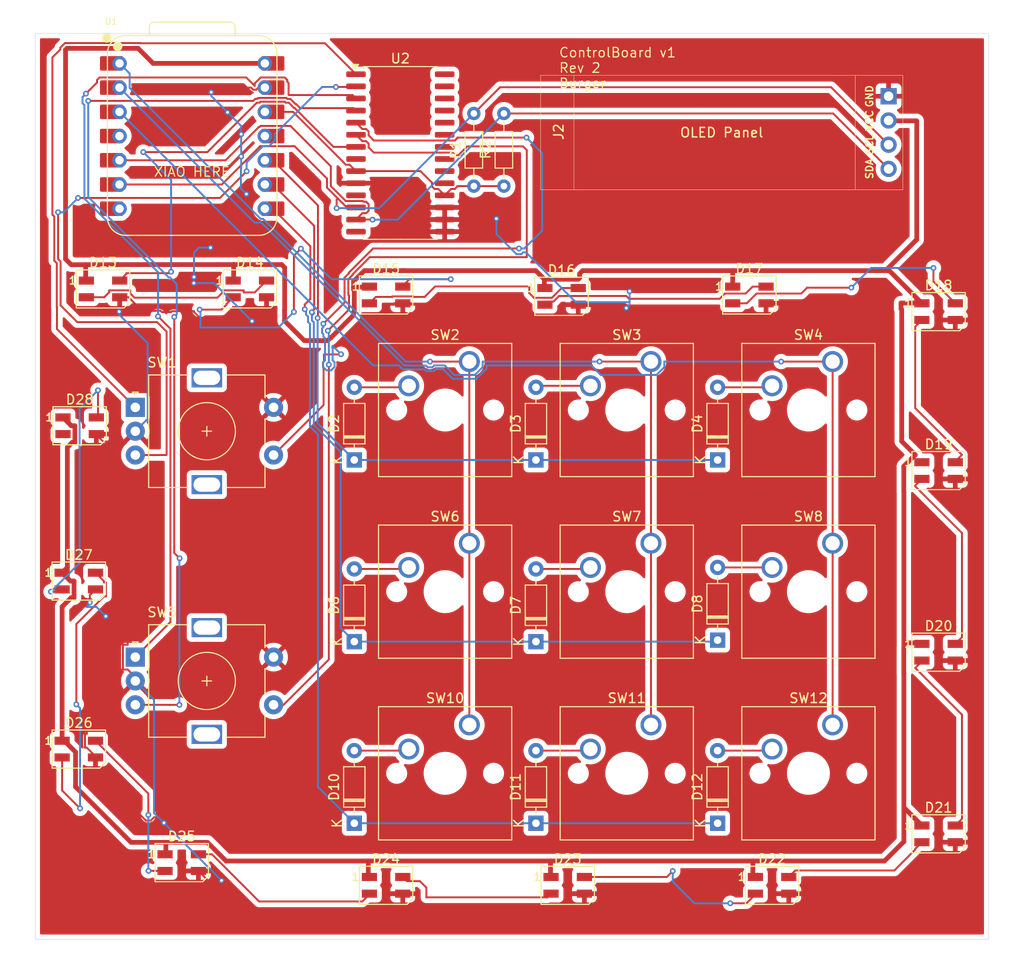
<source format=kicad_pcb>
(kicad_pcb (version 20241129) (generator "pcbnew") (generator_version "8.99")
  (layers (0 "F.Cu" signal) (2 "B.Cu" signal) (13 "F.Paste" user) (15 "B.Paste" user) (5 "F.SilkS" user "F.Silkscreen") (7 "B.SilkS" user "B.Silkscreen") (1 "F.Mask" user) (3 "B.Mask" user) (25 "Edge.Cuts" user))
  (net 0 "")
  (net 2 "ROW1")
  (net 3 "Net-(D2-A)")
  (net 4 "Net-(D3-A)")
  (net 5 "Net-(D4-A)")
  (net 6 "ROW2")
  (net 8 "Net-(D6-A)")
  (net 9 "Net-(D7-A)")
  (net 10 "Net-(D8-A)")
  (net 11 "ROW3")
  (net 13 "Net-(D10-A)")
  (net 14 "Net-(D11-A)")
  (net 15 "Net-(D12-A)")
  (net 16 "COL1")
  (net 17 "COL2")
  (net 18 "COL3")
  (net 19 "COL4")
  (net 21 "Net-(D13-DOUT)")
  (net 22 "Net-(D13-DIN)")
  (net 23 "+5V")
  (net 24 "Net-(D14-DOUT)")
  (net 25 "Net-(D15-DOUT)")
  (net 26 "Net-(D16-DOUT)")
  (net 27 "Net-(D17-DOUT)")
  (net 28 "Net-(D18-DOUT)")
  (net 29 "Net-(D19-DOUT)")
  (net 30 "Net-(D21-DOUT)")
  (net 31 "Net-(D22-DOUT)")
  (net 32 "Net-(D23-DOUT)")
  (net 33 "Net-(D24-DOUT)")
  (net 34 "Net-(D25-DOUT)")
  (net 35 "Net-(D26-DOUT)")
  (net 36 "Net-(D27-DOUT)")
  (net 37 "+3.3V")
  (net 38 "Net-(U2-GPB1)")
  (net 39 "Net-(U2-GPB0)")
  (net 40 "Net-(U2-GPB2)")
  (net 41 "Net-(U2-GPB3)")
  (net 43 "Net-(U2-GPB5)")
  (net 45 "Net-(U2-GPB4)")
  (net 46 "Net-(D20-DOUT)")
  (net 56 "Net-(J2-SDA)")
  (net 57 "Net-(J2-SCL)")
  (net 59 "GND")
  (footprint "LED_SMD:LED_SK6812MINI_PLCC4_3.5x3.5mm_P1.75mm" (layer "F.Cu") (at 123.825 126.20625)
    (property "Reference" "D25")
    (property "Value" "WS2812B")
  )
  (footprint "LED_SMD:LED_SK6812MINI_PLCC4_3.5x3.5mm_P1.75mm" (layer "F.Cu") (at 183.35625 66.675)
    (property "Reference" "D17")
    (property "Value" "WS2812B")
  )
  (footprint "LED_SMD:LED_SK6812MINI_PLCC4_3.5x3.5mm_P1.75mm" (layer "F.Cu") (at 203.2 68.42125)
    (property "Reference" "D18")
    (property "Value" "WS2812B")
  )
  (footprint "Button_Switch_Keyboard:SW_Cherry_MX_1.00u_PCB" (layer "F.Cu") (at 192.0875 73.66)
    (property "Reference" "SW4")
    (property "Value" "SW_Push")
  )
  (footprint "Button_Switch_Keyboard:SW_Cherry_MX_1.00u_PCB" (layer "F.Cu") (at 192.0875 92.71)
    (property "Reference" "SW8")
    (property "Value" "SW_Push")
  )
  (footprint "Diode_THT:D_DO-35_SOD27_P7.62mm_Horizontal" (layer "F.Cu") (at 180.0225 83.97875 90)
    (property "Reference" "D4")
    (property "Value" "D")
  )
  (footprint "Diode_THT:D_DO-35_SOD27_P7.62mm_Horizontal" (layer "F.Cu") (at 141.9225 83.97875 90)
    (property "Reference" "D2")
    (property "Value" "D")
  )
  (footprint "Button_Switch_Keyboard:SW_Cherry_MX_1.00u_PCB" (layer "F.Cu") (at 173.0375 73.66)
    (property "Reference" "SW3")
    (property "Value" "SW_Push")
  )
  (footprint "Diode_THT:D_DO-35_SOD27_P7.62mm_Horizontal" (layer "F.Cu") (at 160.9725 122.07875 90)
    (property "Reference" "D11")
    (property "Value" "D")
  )
  (footprint "LED_SMD:LED_SK6812MINI_PLCC4_3.5x3.5mm_P1.75mm" (layer "F.Cu") (at 130.96875 66.04)
    (property "Reference" "D14")
    (property "Value" "WS2812B")
  )
  (footprint "LED_SMD:LED_SK6812MINI_PLCC4_3.5x3.5mm_P1.75mm" (layer "F.Cu") (at 113.03 96.67875)
    (property "Reference" "D27")
    (property "Value" "WS2812B")
  )
  (footprint "LED_SMD:LED_SK6812MINI_PLCC4_3.5x3.5mm_P1.75mm" (layer "F.Cu") (at 185.7375 128.5875)
    (property "Reference" "D22")
    (property "Value" "WS2812B")
  )
  (footprint "Diode_THT:D_DO-35_SOD27_P7.62mm_Horizontal" (layer "F.Cu") (at 160.9725 83.97875 90)
    (property "Reference" "D3")
    (property "Value" "D")
  )
  (footprint "Button_Switch_Keyboard:SW_Cherry_MX_1.00u_PCB" (layer "F.Cu") (at 153.9875 73.66)
    (property "Reference" "SW2")
    (property "Value" "SW_Push")
  )
  (footprint "Button_Switch_Keyboard:SW_Cherry_MX_1.00u_PCB" (layer "F.Cu") (at 173.0375 111.76)
    (property "Reference" "SW11")
    (property "Value" "SW_Push")
  )
  (footprint "LED_SMD:LED_SK6812MINI_PLCC4_3.5x3.5mm_P1.75mm" (layer "F.Cu") (at 145.25625 66.675)
    (property "Reference" "D15")
    (property "Value" "WS2812B")
  )
  (footprint "Display:SSD1306-0.91-OLED-4pin-128x32" (layer "F.Cu") (at 161.455 43.645)
    (property "Reference" "J2")
    (property "Value" "OLED_128x32")
  )
  (footprint "Resistor_THT:R_Axial_DIN0204_L3.6mm_D1.6mm_P7.62mm_Horizontal" (layer "F.Cu") (at 157.61 55.26 90)
    (property "Reference" "R2")
    (property "Value" "R")
  )
  (footprint "OPL:XIAO-RP2040-DIP" (layer "F.Cu") (at 124.92 50.0085)
    (property "Reference" "U1")
    (property "Value" "XIAO-RP2040-DIP")
  )
  (footprint "Button_Switch_Keyboard:SW_Cherry_MX_1.00u_PCB" (layer "F.Cu") (at 153.9875 92.71)
    (property "Reference" "SW6")
    (property "Value" "SW_Push")
  )
  (footprint "Diode_THT:D_DO-35_SOD27_P7.62mm_Horizontal" (layer "F.Cu") (at 160.9725 103.02875 90)
    (property "Reference" "D7")
    (property "Value" "D")
  )
  (footprint "LED_SMD:LED_SK6812MINI_PLCC4_3.5x3.5mm_P1.75mm" (layer "F.Cu") (at 203.2 104.14)
    (property "Reference" "D20")
    (property "Value" "WS2812B")
  )
  (footprint "LED_SMD:LED_SK6812MINI_PLCC4_3.5x3.5mm_P1.75mm" (layer "F.Cu") (at 203.2 85.09)
    (property "Reference" "D19")
    (property "Value" "WS2812B")
  )
  (footprint "Diode_THT:D_DO-35_SOD27_P7.62mm_Horizontal" (layer "F.Cu") (at 180.0225 102.87 90)
    (property "Reference" "D8")
    (property "Value" "D")
  )
  (footprint "LED_SMD:LED_SK6812MINI_PLCC4_3.5x3.5mm_P1.75mm" (layer "F.Cu") (at 113.03 114.3)
    (property "Reference" "D26")
    (property "Value" "WS2812B")
  )
  (footprint "Diode_THT:D_DO-35_SOD27_P7.62mm_Horizontal" (layer "F.Cu") (at 141.9225 103.02875 90)
    (property "Reference" "D6")
    (property "Value" "D")
  )
  (footprint "LED_SMD:LED_SK6812MINI_PLCC4_3.5x3.5mm_P1.75mm" (layer "F.Cu") (at 115.57 66.04)
    (property "Reference" "D13")
    (property "Value" "WS2812B")
  )
  (footprint "LED_SMD:LED_SK6812MINI_PLCC4_3.5x3.5mm_P1.75mm" (layer "F.Cu") (at 164.30625 128.5875)
    (property "Reference" "D23")
    (property "Value" "WS2812B")
  )
  (footprint "Diode_THT:D_DO-35_SOD27_P7.62mm_Horizontal" (layer "F.Cu") (at 180.0225 122.07875 90)
    (property "Reference" "D12")
    (property "Value" "D")
  )
  (footprint "Button_Switch_Keyboard:SW_Cherry_MX_1.00u_PCB" (layer "F.Cu") (at 173.0375 92.71)
    (property "Reference" "SW7")
    (property "Value" "SW_Push")
  )
  (footprint "Resistor_THT:R_Axial_DIN0204_L3.6mm_D1.6mm_P7.62mm_Horizontal" (layer "F.Cu") (at 154.46 55.26 90)
    (property "Reference" "R1")
    (property "Value" "R")
  )
  (footprint "Diode_THT:D_DO-35_SOD27_P7.62mm_Horizontal" (layer "F.Cu") (at 141.9225 122.07875 90)
    (property "Reference" "D10")
    (property "Value" "D")
  )
  (footprint "Rotary_Encoder:RotaryEncoder_Alps_EC11E-Switch_Vertical_H20mm" (layer "F.Cu") (at 118.95625 104.65625)
    (property "Reference" "SW5")
    (property "Value" "RotaryEncoder_Switch")
  )
  (footprint "LED_SMD:LED_SK6812MINI_PLCC4_3.5x3.5mm_P1.75mm" (layer "F.Cu") (at 145.25625 128.5875)
    (property "Reference" "D24")
    (property "Value" "WS2812B")
  )
  (footprint "Button_Switch_Keyboard:SW_Cherry_MX_1.00u_PCB" (layer "F.Cu") (at 192.0875 111.76)
    (property "Reference" "SW12")
    (property "Value" "SW_Push")
  )
  (footprint "Button_Switch_Keyboard:SW_Cherry_MX_1.00u_PCB" (layer "F.Cu") (at 153.9875 111.76)
    (property "Reference" "SW10")
    (property "Value" "SW_Push")
  )
  (footprint "LED_SMD:LED_SK6812MINI_PLCC4_3.5x3.5mm_P1.75mm" (layer "F.Cu") (at 163.66 66.82)
    (property "Reference" "D16")
    (property "Value" "WS2812B")
  )
  (footprint "LED_SMD:LED_SK6812MINI_PLCC4_3.5x3.5mm_P1.75mm" (layer "F.Cu") (at 113.12 80.39)
    (property "Reference" "D28")
    (property "Value" "WS2812B")
  )
  (footprint "Rotary_Encoder:RotaryEncoder_Alps_EC11E-Switch_Vertical_H20mm" (layer "F.Cu") (at 118.95625 78.4625)
    (property "Reference" "SW1")
    (property "Value" "RotaryEncoder_Switch")
  )
  (footprint "Package_SO:SOIC-28W_7.5x17.9mm_P1.27mm" (layer "F.Cu") (at 146.75 51.78)
    (property "Reference" "U2")
    (property "Value" "MCP23017_SO")
  )
  (footprint "LED_SMD:LED_SK6812MINI_PLCC4_3.5x3.5mm_P1.75mm" (layer "F.Cu") (at 203.2 123.19)
    (property "Reference" "D21")
    (property "Value" "WS2812B")
  )
  (gr_rect (start 108.46 39.24875) (end 208.46 134.25) (stroke (width 0.05)) (fill no) (layer "Edge.Cuts"))
  (gr_text "XIAO HERE" (at 120.82 54.35 0) (layer "F.SilkS") (effects (font (size 1 1) (thickness 0.125)) (justify left bottom)))
  (gr_text "ControlBoard v1\nRev 2\nBurger" (at 163.33 45.06 0) (layer "F.SilkS") (effects (font (size 1 1) (thickness 0.125)) (justify left bottom)))
  (segment (start 138.1125 57.286) (end 133.375 52.5485) (width 0.2) (layer "F.Cu") (net 2))
  (segment (start 138.07586 69.09289) (end 138.1125 69.05625) (width 0.2) (layer "F.Cu") (net 2))
  (segment (start 138.1125 69.05625) (end 138.1125 57.286) (width 0.2) (layer "F.Cu") (net 2))
  (via (at 138.07586 69.09289) (size 0.6) (drill 0.3) (layers "F.Cu" "B.Cu") (net 2))
  (segment (start 141.9225 83.97875) (end 180.0225 83.97875) (width 0.2) (layer "B.Cu") (net 2))
  (segment (start 141.9225 83.97875) (end 138.07586 80.13211) (width 0.2) (layer "B.Cu") (net 2))
  (segment (start 138.07586 80.13211) (end 138.07586 69.09289) (width 0.2) (layer "B.Cu") (net 2))
  (segment (start 141.9225 76.35875) (end 147.47875 76.35875) (width 0.2) (layer "F.Cu") (net 3))
  (segment (start 147.47875 76.35875) (end 147.6375 76.2) (width 0.2) (layer "F.Cu") (net 3))
  (segment (start 161.13125 76.2) (end 166.6875 76.2) (width 0.2) (layer "F.Cu") (net 4))
  (segment (start 160.9725 76.35875) (end 161.13125 76.2) (width 0.2) (layer "F.Cu") (net 4))
  (segment (start 185.57875 76.35875) (end 185.7375 76.2) (width 0.2) (layer "F.Cu") (net 5))
  (segment (start 180.0225 76.35875) (end 185.57875 76.35875) (width 0.2) (layer "F.Cu") (net 5))
  (segment (start 137.7115 68.167024) (end 137.7115 59.425) (width 0.2) (layer "F.Cu") (net 6))
  (segment (start 137.467387 68.411137) (end 137.7115 68.167024) (width 0.2) (layer "F.Cu") (net 6))
  (segment (start 137.7115 59.425) (end 133.375 55.0885) (width 0.2) (layer "F.Cu") (net 6))
  (segment (start 137.467387 68.484417) (end 137.467387 68.411137) (width 0.2) (layer "F.Cu") (net 6))
  (via (at 137.467387 68.484417) (size 0.6) (drill 0.3) (layers "F.Cu" "B.Cu") (net 6))
  (segment (start 180.0225 102.87) (end 179.86375 103.02875) (width 0.2) (layer "B.Cu") (net 6))
  (segment (start 140.49375 101.6) (end 141.9225 103.02875) (width 0.2) (layer "B.Cu") (net 6))
  (segment (start 137.467387 68.484417) (end 137.613947 68.484417) (width 0.2) (layer "B.Cu") (net 6))
  (segment (start 137.67486 69.541833) (end 137.67486 80.29821) (width 0.2) (layer "B.Cu") (net 6))
  (segment (start 137.67486 80.29821) (end 140.49375 83.1171) (width 0.2) (layer "B.Cu") (net 6))
  (segment (start 140.49375 83.1171) (end 140.49375 101.6) (width 0.2) (layer "B.Cu") (net 6))
  (segment (start 137.47486 68.843947) (end 137.47486 69.341833) (width 0.2) (layer "B.Cu") (net 6))
  (segment (start 137.724168 68.594638) (end 137.47486 68.843947) (width 0.2) (layer "B.Cu") (net 6))
  (segment (start 179.86375 103.02875) (end 141.9225 103.02875) (width 0.2) (layer "B.Cu") (net 6))
  (segment (start 137.47486 69.341833) (end 137.67486 69.541833) (width 0.2) (layer "B.Cu") (net 6))
  (segment (start 137.613947 68.484417) (end 137.724168 68.594638) (width 0.2) (layer "B.Cu") (net 6))
  (segment (start 147.47875 95.40875) (end 147.6375 95.25) (width 0.2) (layer "F.Cu") (net 8))
  (segment (start 141.9225 95.40875) (end 147.47875 95.40875) (width 0.2) (layer "F.Cu") (net 8))
  (segment (start 160.9725 95.40875) (end 166.52875 95.40875) (width 0.2) (layer "F.Cu") (net 9))
  (segment (start 166.52875 95.40875) (end 166.6875 95.25) (width 0.2) (layer "F.Cu") (net 9))
  (segment (start 180.0225 95.25) (end 185.7375 95.25) (width 0.2) (layer "F.Cu") (net 10))
  (segment (start 137.3105 67.089812) (end 137.3105 61.564) (width 0.2) (layer "F.Cu") (net 11))
  (segment (start 136.728281 67.672031) (end 137.3105 67.089812) (width 0.2) (layer "F.Cu") (net 11))
  (segment (start 137.3105 61.564) (end 133.375 57.6285) (width 0.2) (layer "F.Cu") (net 11))
  (segment (start 136.728281 68.178269) (end 136.728281 67.672031) (width 0.2) (layer "F.Cu") (net 11))
  (via (at 136.728281 68.178269) (size 0.6) (drill 0.3) (layers "F.Cu" "B.Cu") (net 11))
  (segment (start 137.07386 69.507933) (end 137.27386 69.707933) (width 0.2) (layer "B.Cu") (net 11))
  (segment (start 136.809182 68.178269) (end 136.866387 68.235474) (width 0.2) (layer "B.Cu") (net 11))
  (segment (start 136.728281 68.178269) (end 136.809182 68.178269) (width 0.2) (layer "B.Cu") (net 11))
  (segment (start 136.866387 68.73336) (end 137.07386 68.940833) (width 0.2) (layer "B.Cu") (net 11))
  (segment (start 138.1125 81.30295) (end 138.1125 118.26875) (width 0.2) (layer "B.Cu") (net 11))
  (segment (start 138.1125 118.26875) (end 141.9225 122.07875) (width 0.2) (layer "B.Cu") (net 11))
  (segment (start 137.27386 80.46431) (end 138.1125 81.30295) (width 0.2) (layer "B.Cu") (net 11))
  (segment (start 137.27386 69.707933) (end 137.27386 80.46431) (width 0.2) (layer "B.Cu") (net 11))
  (segment (start 180.0225 122.07875) (end 141.9225 122.07875) (width 0.2) (layer "B.Cu") (net 11))
  (segment (start 137.07386 68.940833) (end 137.07386 69.507933) (width 0.2) (layer "B.Cu") (net 11))
  (segment (start 136.866387 68.235474) (end 136.866387 68.73336) (width 0.2) (layer "B.Cu") (net 11))
  (segment (start 141.9225 114.45875) (end 147.47875 114.45875) (width 0.2) (layer "F.Cu") (net 13))
  (segment (start 147.47875 114.45875) (end 147.6375 114.3) (width 0.2) (layer "F.Cu") (net 13))
  (segment (start 166.52875 114.45875) (end 166.6875 114.3) (width 0.2) (layer "F.Cu") (net 14))
  (segment (start 160.9725 114.45875) (end 166.52875 114.45875) (width 0.2) (layer "F.Cu") (net 14))
  (segment (start 185.57875 114.45875) (end 185.7375 114.3) (width 0.2) (layer "F.Cu") (net 15))
  (segment (start 180.0225 114.45875) (end 185.57875 114.45875) (width 0.2) (layer "F.Cu") (net 15))
  (segment (start 153.9875 91.44) (end 153.9875 92.71) (width 0.2) (layer "F.Cu") (net 16))
  (segment (start 153.9875 73.66) (end 153.9875 91.44) (width 0.2) (layer "F.Cu") (net 16))
  (segment (start 153.9875 91.44) (end 153.9875 111.76) (width 0.2) (layer "F.Cu") (net 16))
  (segment (start 153.9875 73.66) (end 149.86 73.66) (width 0.2) (layer "F.Cu") (net 16))
  (via (at 149.86 73.66) (size 0.6) (drill 0.3) (layers "F.Cu" "B.Cu") (net 16))
  (segment (start 149.86 73.66) (end 149.891472 73.66) (width 0.2) (layer "B.Cu") (net 16))
  (segment (start 118.363 44.95481) (end 118.363 43.4515) (width 0.2) (layer "B.Cu") (net 16))
  (segment (start 147.32 73.66) (end 132.3515 58.6915) (width 0.2) (layer "B.Cu") (net 16))
  (segment (start 132.3515 58.6915) (end 132.09969 58.6915) (width 0.2) (layer "B.Cu") (net 16))
  (segment (start 149.86 73.66) (end 147.32 73.66) (width 0.2) (layer "B.Cu") (net 16))
  (segment (start 118.363 43.4515) (end 117.3 42.3885) (width 0.2) (layer "B.Cu") (net 16))
  (segment (start 132.09969 58.6915) (end 118.363 44.95481) (width 0.2) (layer "B.Cu") (net 16))
  (segment (start 173.0375 73.66) (end 173.0375 111.76) (width 0.2) (layer "F.Cu") (net 17))
  (segment (start 173.0375 73.66) (end 167.64 73.66) (width 0.2) (layer "F.Cu") (net 17))
  (via (at 167.64 73.66) (size 0.6) (drill 0.3) (layers "F.Cu" "B.Cu") (net 17))
  (segment (start 150.108943 74.261) (end 150.308943 74.061) (width 0.2) (layer "B.Cu") (net 17))
  (segment (start 147.721 74.061) (end 147.744972 74.084972) (width 0.2) (layer "B.Cu") (net 17))
  (segment (start 131.464 59.0925) (end 117.3 44.9285) (width 0.2) (layer "B.Cu") (net 17))
  (segment (start 150.308943 74.061) (end 151.4 74.061) (width 0.2) (layer "B.Cu") (net 17))
  (segment (start 147.744972 74.084972) (end 149.435029 74.084972) (width 0.2) (layer "B.Cu") (net 17))
  (segment (start 167.64 73.66) (end 155.3885 73.66) (width 0.2) (layer "B.Cu") (net 17))
  (segment (start 155.3885 73.66) (end 155.3885 74.240314) (width 0.2) (layer "B.Cu") (net 17))
  (segment (start 149.435029 74.084972) (end 149.611057 74.261) (width 0.2) (layer "B.Cu") (net 17))
  (segment (start 154.567814 75.061) (end 152.4 75.061) (width 0.2) (layer "B.Cu") (net 17))
  (segment (start 132.1854 59.0925) (end 131.464 59.0925) (width 0.2) (layer "B.Cu") (net 17))
  (segment (start 147.721 74.061) (end 147.1539 74.061) (width 0.2) (layer "B.Cu") (net 17))
  (segment (start 147.1539 74.061) (end 132.1854 59.0925) (width 0.2) (layer "B.Cu") (net 17))
  (segment (start 152.4 75.061) (end 151.4 74.061) (width 0.2) (layer "B.Cu") (net 17))
  (segment (start 155.3885 74.240314) (end 154.567814 75.061) (width 0.2) (layer "B.Cu") (net 17))
  (segment (start 149.611057 74.261) (end 150.108943 74.261) (width 0.2) (layer "B.Cu") (net 17))
  (segment (start 192.0875 73.66) (end 186.69 73.66) (width 0.2) (layer "F.Cu") (net 18))
  (segment (start 192.0875 73.66) (end 192.0875 111.76) (width 0.2) (layer "F.Cu") (net 18))
  (via (at 186.69 73.66) (size 0.6) (drill 0.3) (layers "F.Cu" "B.Cu") (net 18))
  (segment (start 146.5868 74.061) (end 143.8925 74.061) (width 0.2) (layer "B.Cu") (net 18))
  (segment (start 143.8925 74.061) (end 117.3 47.4685) (width 0.2) (layer "B.Cu") (net 18))
  (segment (start 173.617814 75.061) (end 167.771 75.061) (width 0.2) (layer "B.Cu") (net 18))
  (segment (start 167.771 75.061) (end 166.771 74.061) (width 0.2) (layer "B.Cu") (net 18))
  (segment (start 174.4385 73.66) (end 174.4385 74.240314) (width 0.2) (layer "B.Cu") (net 18))
  (segment (start 152.2339 75.462) (end 151.2339 74.462) (width 0.2) (layer "B.Cu") (net 18))
  (segment (start 147.5549 74.462) (end 146.9878 74.462) (width 0.2) (layer "B.Cu") (net 18))
  (segment (start 147.578872 74.485972) (end 147.5549 74.462) (width 0.2) (layer "B.Cu") (net 18))
  (segment (start 150.475043 74.462) (end 150.275043 74.662) (width 0.2) (layer "B.Cu") (net 18))
  (segment (start 155.7895 74.406414) (end 154.733914 75.462) (width 0.2) (layer "B.Cu") (net 18))
  (segment (start 146.9878 74.462) (end 146.5868 74.061) (width 0.2) (layer "B.Cu") (net 18))
  (segment (start 166.771 74.061) (end 155.7895 74.061) (width 0.2) (layer "B.Cu") (net 18))
  (segment (start 149.444957 74.662) (end 149.268929 74.485972) (width 0.2) (layer "B.Cu") (net 18))
  (segment (start 155.7895 74.061) (end 155.7895 74.406414) (width 0.2) (layer "B.Cu") (net 18))
  (segment (start 151.2339 74.462) (end 150.475043 74.462) (width 0.2) (layer "B.Cu") (net 18))
  (segment (start 150.275043 74.662) (end 149.444957 74.662) (width 0.2) (layer "B.Cu") (net 18))
  (segment (start 174.4385 74.240314) (end 173.617814 75.061) (width 0.2) (layer "B.Cu") (net 18))
  (segment (start 149.268929 74.485972) (end 147.578872 74.485972) (width 0.2) (layer "B.Cu") (net 18))
  (segment (start 154.733914 75.462) (end 152.2339 75.462) (width 0.2) (layer "B.Cu") (net 18))
  (segment (start 186.69 73.66) (end 174.4385 73.66) (width 0.2) (layer "B.Cu") (net 18))
  (segment (start 118.421 66.189) (end 118.421 66.515548) (width 0.2) (layer "F.Cu") (net 21))
  (segment (start 130.31975 66.189) (end 130.31975 66.40225) (width 0.2) (layer "F.Cu") (net 21))
  (segment (start 130.31975 66.40225) (end 131.4815 66.40225) (width 0.2) (layer "F.Cu") (net 21))
  (segment (start 131.4815 66.40225) (end 132.71875 65.165) (width 0.2) (layer "F.Cu") (net 21))
  (segment (start 128.11775 66.40225) (end 128.11775 66.189) (width 0.2) (layer "F.Cu") (net 21))
  (segment (start 116.219 66.189) (end 118.421 66.189) (width 0.2) (layer "F.Cu") (net 21))
  (segment (start 113.82 66.915) (end 115.695 66.915) (width 0.2) (layer "F.Cu") (net 21))
  (segment (start 118.865452 66.96) (end 127.56 66.96) (width 0.2) (layer "F.Cu") (net 21))
  (segment (start 127.56 66.96) (end 128.11775 66.40225) (width 0.2) (layer "F.Cu") (net 21))
  (segment (start 115.695 66.915) (end 116.219 66.391) (width 0.2) (layer "F.Cu") (net 21))
  (segment (start 118.421 66.515548) (end 118.865452 66.96) (width 0.2) (layer "F.Cu") (net 21))
  (segment (start 128.11775 66.189) (end 130.31975 66.189) (width 0.2) (layer "F.Cu") (net 21))
  (segment (start 116.219 66.391) (end 116.219 66.189) (width 0.2) (layer "F.Cu") (net 21))
  (segment (start 134.735126 46.51) (end 135.05 46.51) (width 0.2) (layer "F.Cu") (net 22))
  (segment (start 135.6646 47.0675) (end 139.7421 51.145) (width 0.2) (layer "F.Cu") (net 22))
  (segment (start 131.99519 46.51) (end 132.09969 46.4055) (width 0.2) (layer "F.Cu") (net 22))
  (segment (start 135.05 46.51) (end 135.6075 47.0675) (width 0.2) (layer "F.Cu") (net 22))
  (segment (start 118.02 64.465) (end 117.32 65.165) (width 0.2) (layer "F.Cu") (net 22))
  (segment (start 118.02 64.39) (end 122.559 64.39) (width 0.2) (layer "F.Cu") (net 22))
  (segment (start 131.7 46.51) (end 131.99519 46.51) (width 0.2) (layer "F.Cu") (net 22))
  (segment (start 119.79 51.69) (end 126.52 51.69) (width 0.2) (layer "F.Cu") (net 22))
  (segment (start 139.7421 51.145) (end 142.1 51.145) (width 0.2) (layer "F.Cu") (net 22))
  (segment (start 132.09969 46.4055) (end 134.630626 46.4055) (width 0.2) (layer "F.Cu") (net 22))
  (segment (start 134.630626 46.4055) (end 134.735126 46.51) (width 0.2) (layer "F.Cu") (net 22))
  (segment (start 135.6075 47.0675) (end 135.6646 47.0675) (width 0.2) (layer "F.Cu") (net 22))
  (segment (start 118.02 64.39) (end 118.02 64.465) (width 0.2) (layer "F.Cu") (net 22))
  (segment (start 126.52 51.69) (end 131.7 46.51) (width 0.2) (layer "F.Cu") (net 22))
  (segment (start 122.559 64.39) (end 122.71 64.239) (width 0.2) (layer "F.Cu") (net 22))
  (via (at 119.79 51.69) (size 0.6) (drill 0.3) (layers "F.Cu" "B.Cu") (net 22))
  (via (at 122.71 64.239) (size 0.6) (drill 0.3) (layers "F.Cu" "B.Cu") (net 22))
  (segment (start 122.71 54.61) (end 119.79 51.69) (width 0.2) (layer "B.Cu") (net 22))
  (segment (start 122.71 64.239) (end 122.71 54.61) (width 0.2) (layer "B.Cu") (net 22))
  (segment (start 113.75 65.095) (end 113.82 65.165) (width 0.5) (layer "F.Cu") (net 23))
  (segment (start 141.85 66.11) (end 141.85 65.85) (width 0.5) (layer "F.Cu") (net 23))
  (segment (start 139.419 71.171) (end 139.461075 71.171) (width 0.5) (layer "F.Cu") (net 23))
  (segment (start 141.921 66.181) (end 141.85 66.11) (width 0.5) (layer "F.Cu") (net 23))
  (segment (start 143.39 126.0365) (end 128.475732 126.0365) (width 0.5) (layer "F.Cu") (net 23))
  (segment (start 161.85625 65.025) (end 165.415 65.025) (width 0.5) (layer "F.Cu") (net 23))
  (segment (start 129.27 63.489) (end 129.27 65.11375) (width 0.5) (layer "F.Cu") (net 23))
  (segment (start 139.461075 71.171) (end 141.83 68.802075) (width 0.5) (layer "F.Cu") (net 23))
  (segment (start 199.549 103.691) (end 199.549 106.376584) (width 0.5) (layer "F.Cu") (net 23))
  (segment (start 199.33 82.02) (end 200.75 83.44) (width 0.5) (layer "F.Cu") (net 23))
  (segment (start 197.5235 126.0365) (end 184.1885 126.0365) (width 0.5) (layer "F.Cu") (net 23))
  (segment (start 111.83 95.25375) (end 111.83 82.65) (width 0.5) (layer "F.Cu") (net 23))
  (segment (start 118.51 124.08) (end 112.69 118.26) (width 0.5) (layer "F.Cu") (net 23))
  (segment (start 146.819666 64.124) (end 147.18 64.124) (width 0.5) (layer "F.Cu") (net 23))
  (segment (start 120.8285 42.3885) (end 119.25 40.81) (width 0.5) (layer "F.Cu") (net 23))
  (segment (start 141.85 65.85) (end 141.85 65.249232) (width 0.5) (layer "F.Cu") (net 23))
  (segment (start 112.69 114.609232) (end 111.505768 113.425) (width 0.5) (layer "F.Cu") (net 23))
  (segment (start 119.25 40.81) (end 111.8 40.81) (width 0.5) (layer "F.Cu") (net 23))
  (segment (start 184.1885 127.5115) (end 183.9875 127.7125) (width 0.5) (layer "F.Cu") (net 23))
  (segment (start 139.13 71.46) (end 139.419 71.171) (width 0.5) (layer "F.Cu") (net 23))
  (segment (start 197.64 64.124) (end 200.91 60.854) (width 0.5) (layer "F.Cu") (net 23))
  (segment (start 112.23 63.5) (end 113.75 63.5) (width 0.5) (layer "F.Cu") (net 23))
  (segment (start 199.56 106.387584) (end 199.56 120.425) (width 0.5) (layer "F.Cu") (net 23))
  (segment (start 143.39 126.0365) (end 143.39 127.59625) (width 0.5) (layer "F.Cu") (net 23))
  (segment (start 141.85 65.249232) (end 142.975232 64.124) (width 0.5) (layer "F.Cu") (net 23))
  (segment (start 165.415 65.025) (end 165.55525 64.88475) (width 0.5) (layer "F.Cu") (net 23))
  (segment (start 162.5 126.0365) (end 162.5 127.65625) (width 0.5) (layer "F.Cu") (net 23))
  (segment (start 165.55525 64.438416) (end 165.869666 64.124) (width 0.5) (layer "F.Cu") (net 23))
  (segment (start 112.531 96.67775) (end 112.154 96.67775) (width 0.5) (layer "F.Cu") (net 23))
  (segment (start 133.375 42.3885) (end 120.8285 42.3885) (width 0.5) (layer "F.Cu") (net 23))
  (segment (start 134.61975 63.803416) (end 134.61975 68.276584) (width 0.5) (layer "F.Cu") (net 23))
  (segment (start 111.505768 113.425) (end 111.28 113.425) (width 0.5) (layer "F.Cu") (net 23))
  (segment (start 199.56 103.68) (end 199.549 103.691) (width 0.5) (layer "F.Cu") (net 23))
  (segment (start 181.67 64.124) (end 197.64 64.124) (width 0.5) (layer "F.Cu") (net 23))
  (segment (start 134.305334 63.489) (end 134.61975 63.803416) (width 0.5) (layer "F.Cu") (net 23))
  (segment (start 160.95525 64.124) (end 161.85625 65.025) (width 0.5) (layer "F.Cu") (net 23))
  (segment (start 199.549 87.326584) (end 199.56 87.337584) (width 0.5) (layer "F.Cu") (net 23))
  (segment (start 199.26 68.12125) (end 199.33 68.19125) (width 0.5) (layer "F.Cu") (net 23))
  (segment (start 111.28 99.37) (end 112.22025 98.42975) (width 0.5) (layer "F.Cu") (net 23))
  (segment (start 183.72 127.445) (end 183.9875 127.7125) (width 0.5) (layer "F.Cu") (net 23))
  (segment (start 142.975232 64.124) (end 147.18 64.124) (width 0.5) (layer "F.Cu") (net 23))
  (segment (start 201.42375 67.52) (end 199.26 67.52) (width 0.5) (layer "F.Cu") (net 23))
  (segment (start 199.549 84.641) (end 199.549 87.326584) (width 0.5) (layer "F.Cu") (net 23))
  (segment (start 122.16 125.24625) (end 122.075 125.33125) (width 0.5) (layer "F.Cu") (net 23))
  (segment (start 201.45 67.54625) (end 201.42375 67.52) (width 0.5) (layer "F.Cu") (net 23))
  (segment (start 112.621 80.389) (end 112.244 80.389) (width 0.5) (layer "F.Cu") (net 23))
  (segment (start 201.345 103.16) (end 201.45 103.265) (width 0.5) (layer "F.Cu") (net 23))
  (segment (start 112.244 80.389) (end 111.37 79.515) (width 0.5) (layer "F.Cu") (net 23))
  (segment (start 199.56 120.425) (end 201.45 122.315) (width 0.5) (layer "F.Cu") (net 23))
  (segment (start 200.88 48.41) (end 197.99 48.41) (width 0.5) (layer "F.Cu") (net 23))
  (segment (start 165.869666 64.124) (end 181.67 64.124) (width 0.5) (layer "F.Cu") (net 23))
  (segment (start 117.122416 63.5) (end 117.133416 63.489) (width 0.5) (layer "F.Cu") (net 23))
  (segment (start 111.64 40.97) (end 111.64 62.91) (width 0.5) (layer "F.Cu") (net 23))
  (segment (start 129.34 65.04375) (end 129.21875 65.165) (width 0.5) (layer "F.Cu") (net 23))
  (segment (start 199.56 103.16) (end 201.345 103.16) (width 0.5) (layer "F.Cu") (net 23))
  (segment (start 200.91 48.44) (end 200.88 48.41) (width 0.5) (layer "F.Cu") (net 23))
  (segment (start 199.56 103.16) (end 199.56 103.68) (width 0.5) (layer "F.Cu") (net 23))
  (segment (start 111.28 95.80375) (end 111.83 95.25375) (width 0.5) (layer "F.Cu") (net 23))
  (segment (start 198.02775 64.124) (end 201.45 67.54625) (width 0.5) (layer "F.Cu") (net 23))
  (segment (start 181.60625 64.18775) (end 181.67 64.124) (width 0.5) (layer "F.Cu") (net 23))
  (segment (start 111.83 82.65) (end 112.339 82.141) (width 0.5) (layer "F.Cu") (net 23))
  (segment (start 141.83 68.802075) (end 141.83 68.519232) (width 0.5) (layer "F.Cu") (net 23))
  (segment (start 112.339 82.141) (end 112.621 82.141) (width 0.5) (layer "F.Cu") (net 23))
  (segment (start 132.84 63.489) (end 134.305334 63.489) (width 0.5) (layer "F.Cu") (net 23))
  (segment (start 162.5 127.65625) (end 162.55625 127.7125) (width 0.5) (layer "F.Cu") (net 23))
  (segment (start 117.133416 63.489) (end 127.61775 63.489) (width 0.5) (layer "F.Cu") (net 23))
  (segment (start 112.22025 98.42975) (end 112.531 98.42975) (width 0.5) (layer "F.Cu") (net 23))
  (segment (start 141.83 68.519232) (end 141.921 68.428232) (width 0.5) (layer "F.Cu") (net 23))
  (segment (start 129.27 65.11375) (end 129.21875 65.165) (width 0.5) (layer "F.Cu") (net 23))
  (segment (start 200.75 83.44) (end 199.549 84.641) (width 0.5) (layer "F.Cu") (net 23))
  (segment (start 113.75 63.5) (end 113.75 65.095) (width 0.5) (layer "F.Cu") (net 23))
  (segment (start 112.621 82.141) (end 112.621 80.389) (width 0.5) (layer "F.Cu") (net 23))
  (segment (start 141.85 65.85) (end 143.45625 65.85) (width 0.5) (layer "F.Cu") (net 23))
  (segment (start 200.91 60.854) (end 200.91 48.44) (width 0.5) (layer "F.Cu") (net 23))
  (segment (start 165.55525 64.88475) (end 165.55525 64.438416) (width 0.5) (layer "F.Cu") (net 23))
  (segment (start 199.56 87.337584) (end 199.56 103.16) (width 0.5) (layer "F.Cu") (net 23))
  (segment (start 111.64 62.91) (end 112.23 63.5) (width 0.5) (layer "F.Cu") (net 23))
  (segment (start 111.28 113.425) (end 111.28 99.37) (width 0.5) (layer "F.Cu") (net 23))
  (segment (start 197.99 48.41) (end 197.955 48.375) (width 0.5) (layer "F.Cu") (net 23))
  (segment (start 112.531 98.42975) (end 112.531 96.67775) (width 0.5) (layer "F.Cu") (net 23))
  (segment (start 143.45625 65.85) (end 143.50625 65.8) (width 0.5) (layer "F.Cu") (net 23))
  (segment (start 199.26 67.52) (end 199.26 68.12125) (width 0.5) (layer "F.Cu") (net 23))
  (segment (start 136.68 71.46) (end 139.13 71.46) (width 0.5) (layer "F.Cu") (net 23))
  (segment (start 147.18 64.124) (end 160.95525 64.124) (width 0.5) (layer "F.Cu") (net 23))
  (segment (start 143.540625 65.834375) (end 143.50625 65.8) (width 0.2) (layer "F.Cu") (net 23))
  (segment (start 134.61975 68.276584) (end 134.61 68.286334) (width 0.5) (layer "F.Cu") (net 23))
  (segment (start 129.27 63.489) (end 132.84 63.489) (width 0.5) (layer "F.Cu") (net 23))
  (segment (start 141.921 68.428232) (end 141.921 66.181) (width 0.5) (layer "F.Cu") (net 23))
  (segment (start 143.615625 65.834375) (end 143.540625 65.834375) (width 0.2) (layer "F.Cu") (net 23))
  (segment (start 199.33 68.19125) (end 199.33 82.02) (width 0.5) (layer "F.Cu") (net 23))
  (segment (start 199.549 106.376584) (end 199.56 106.387584) (width 0.5) (layer "F.Cu") (net 23))
  (segment (start 112.69 118.26) (end 112.69 114.609232) (width 0.5) (layer "F.Cu") (net 23))
  (segment (start 126.519232 124.08) (end 122.16 124.08) (width 0.5) (layer "F.Cu") (net 23))
  (segment (start 113.75 63.5) (end 117.122416 63.5) (width 0.5) (layer "F.Cu") (net 23))
  (segment (start 134.61 69.39) (end 136.68 71.46) (width 0.5) (layer "F.Cu") (net 23))
  (segment (start 112.154 96.67775) (end 111.28 95.80375) (width 0.5) (layer "F.Cu") (net 23))
  (segment (start 184.1885 126.0365) (end 183.72 126.0365) (width 0.5) (layer "F.Cu") (net 23))
  (segment (start 111.8 40.81) (end 111.64 40.97) (width 0.5) (layer "F.Cu") (net 23))
  (segment (start 181.60625 65.8) (end 181.60625 64.18775) (width 0.5) (layer "F.Cu") (net 23))
  (segment (start 199.56 124) (end 197.5235 126.0365) (width 0.5) (layer "F.Cu") (net 23))
  (segment (start 127.61775 63.489) (end 129.27 63.489) (width 0.5) (layer "F.Cu") (net 23))
  (segment (start 122.16 124.08) (end 122.16 125.24625) (width 0.5) (layer "F.Cu") (net 23))
  (segment (start 143.39 127.59625) (end 143.50625 127.7125) (width 0.5) (layer "F.Cu") (net 23))
  (segment (start 162.5 126.0365) (end 143.39 126.0365) (width 0.5) (layer "F.Cu") (net 23))
  (segment (start 199.56 120.425) (end 199.56 124) (width 0.5) (layer "F.Cu") (net 23))
  (segment (start 161.85625 65.025) (end 161.85625 65.89125) (width 0.5) (layer "F.Cu") (net 23))
  (segment (start 197.64 64.124) (end 198.02775 64.124) (width 0.5) (layer "F.Cu") (net 23))
  (segment (start 134.61 68.286334) (end 134.61 69.39) (width 0.5) (layer "F.Cu") (net 23))
  (segment (start 183.72 126.0365) (end 183.72 127.445) (width 0.5) (layer "F.Cu") (net 23))
  (segment (start 128.475732 126.0365) (end 126.519232 124.08) (width 0.5) (layer "F.Cu") (net 23))
  (segment (start 183.72 126.0365) (end 162.5 126.0365) (width 0.5) (layer "F.Cu") (net 23))
  (segment (start 122.16 124.08) (end 118.51 124.08) (width 0.5) (layer "F.Cu") (net 23))
  (segment (start 161.85625 65.89125) (end 161.91 65.945) (width 0.5) (layer "F.Cu") (net 23))
  (segment (start 152.035 65.025) (end 152.04 65.02) (width 0.2) (layer "F.Cu") (net 24))
  (segment (start 136.324265 61.815735) (end 135.59 62.55) (width 0.2) (layer "F.Cu") (net 24))
  (segment (start 125.71 68.21) (end 127.99875 68.21) (width 0.2) (layer "F.Cu") (net 24))
  (segment (start 147.00625 65.8) (end 147.00625 65.725) (width 0.2) (layer "F.Cu") (net 24))
  (segment (start 128.51875 67.69) (end 128.51875 67.615) (width 0.2) (layer "F.Cu") (net 24))
  (segment (start 128.51875 67.615) (end 129.21875 66.915) (width 0.2) (layer "F.Cu") (net 24))
  (segment (start 147.00625 65.725) (end 147.70625 65.025) (width 0.2) (layer "F.Cu") (net 24))
  (segment (start 135.59 62.55) (end 135.59 68.45) (width 0.2) (layer "F.Cu") (net 24))
  (segment (start 147.70625 65.025) (end 152.035 65.025) (width 0.2) (layer "F.Cu") (net 24))
  (segment (start 127.99875 68.21) (end 128.51875 67.69) (width 0.2) (layer "F.Cu") (net 24))
  (via (at 136.324265 61.815735) (size 0.6) (drill 0.3) (layers "F.Cu" "B.Cu") (net 24))
  (via (at 135.59 68.45) (size 0.6) (drill 0.3) (layers "F.Cu" "B.Cu") (net 24))
  (via (at 125.71 68.21) (size 0.6) (drill 0.3) (layers "F.Cu" "B.Cu") (net 24))
  (via (at 152.04 65.02) (size 0.6) (drill 0.3) (layers "F.Cu" "B.Cu") (net 24))
  (segment (start 152.04 65.02) (end 139.52853 65.02) (width 0.2) (layer "B.Cu") (net 24))
  (segment (start 125.79 68.29) (end 125.71 68.21) (width 0.2) (layer "B.Cu") (net 24))
  (segment (start 125.79 70.08) (end 125.79 68.29) (width 0.2) (layer "B.Cu") (net 24))
  (segment (start 133.96 70.08) (end 125.79 70.08) (width 0.2) (layer "B.Cu") (net 24))
  (segment (start 139.52853 65.02) (end 136.324265 61.815735) (width 0.2) (layer "B.Cu") (net 24))
  (segment (start 135.59 68.45) (end 133.96 70.08) (width 0.2) (layer "B.Cu") (net 24))
  (segment (start 143.50625 67.55) (end 144.17625 66.88) (width 0.2) (layer "F.Cu") (net 25))
  (segment (start 163.66915 65.945) (end 165.41 65.945) (width 0.2) (layer "F.Cu") (net 25))
  (segment (start 160.809 67.01) (end 160.809 66.969) (width 0.2) (layer "F.Cu") (net 25))
  (segment (start 148.10725 66.824) (end 148.10725 66.88) (width 0.2) (layer "F.Cu") (net 25))
  (segment (start 162.64515 66.969) (end 163.66915 65.945) (width 0.2) (layer "F.Cu") (net 25))
  (segment (start 160.809 66.969) (end 162.64515 66.969) (width 0.2) (layer "F.Cu") (net 25))
  (segment (start 160.27 65.78) (end 160.27 66.48) (width 0.2) (layer "F.Cu") (net 25))
  (segment (start 148.10725 66.88) (end 149.3 66.88) (width 0.2) (layer "F.Cu") (net 25))
  (segment (start 144.17625 66.88) (end 145.90525 66.88) (width 0.2) (layer "F.Cu") (net 25))
  (segment (start 160.8 67.01) (end 160.809 67.01) (width 0.2) (layer "F.Cu") (net 25))
  (segment (start 145.90525 66.88) (end 145.90525 66.824) (width 0.2) (layer "F.Cu") (net 25))
  (segment (start 149.3 66.88) (end 150.4 65.78) (width 0.2) (layer "F.Cu") (net 25))
  (segment (start 160.27 66.48) (end 160.8 67.01) (width 0.2) (layer "F.Cu") (net 25))
  (segment (start 145.90525 66.824) (end 148.10725 66.824) (width 0.2) (layer "F.Cu") (net 25))
  (segment (start 160.27 65.78) (end 150.4 65.78) (width 0.2) (layer "F.Cu") (net 25))
  (segment (start 183.69 65.8) (end 185.10625 65.8) (width 0.2) (layer "F.Cu") (net 26))
  (segment (start 161.91 67.695) (end 162.235 67.37) (width 0.2) (layer "F.Cu") (net 26))
  (segment (start 163.40125 66.78) (end 170.440057 66.78) (width 0.2) (layer "F.Cu") (net 26))
  (segment (start 162.235 67.37) (end 162.81125 67.37) (width 0.2) (layer "F.Cu") (net 26))
  (segment (start 182.964 66.526) (end 183.69 65.8) (width 0.2) (layer "F.Cu") (net 26))
  (segment (start 162.81125 67.37) (end 163.40125 66.78) (width 0.2) (layer "F.Cu") (net 26))
  (segment (start 180.784 66.526) (end 182.964 66.526) (width 0.2) (layer "F.Cu") (net 26))
  (segment (start 170.735057 67.075) (end 180.235 67.075) (width 0.2) (layer "F.Cu") (net 26))
  (segment (start 170.440057 66.78) (end 170.735057 67.075) (width 0.2) (layer "F.Cu") (net 26))
  (segment (start 180.235 67.075) (end 180.784 66.526) (width 0.2) (layer "F.Cu") (net 26))
  (segment (start 184.104 66.526) (end 188.794 66.526) (width 0.2) (layer "F.Cu") (net 27))
  (segment (start 181.60625 67.55) (end 183.08 67.55) (width 0.2) (layer "F.Cu") (net 27))
  (segment (start 194.05 65.91) (end 189.41 65.91) (width 0.2) (layer "F.Cu") (net 27))
  (segment (start 202.66 65.25625) (end 204.95 67.54625) (width 0.2) (layer "F.Cu") (net 27))
  (segment (start 183.08 67.55) (end 184.104 66.526) (width 0.2) (layer "F.Cu") (net 27))
  (segment (start 188.794 66.526) (end 189.41 65.91) (width 0.2) (layer "F.Cu") (net 27))
  (segment (start 202.66 63.84) (end 202.66 65.25625) (width 0.2) (layer "F.Cu") (net 27))
  (via (at 194.05 65.91) (size 0.6) (drill 0.3) (layers "F.Cu" "B.Cu") (net 27))
  (via (at 202.66 63.84) (size 0.6) (drill 0.3) (layers "F.Cu" "B.Cu") (net 27))
  (segment (start 196.12 63.84) (end 194.05 65.91) (width 0.2) (layer "B.Cu") (net 27))
  (segment (start 202.66 63.84) (end 196.12 63.84) (width 0.2) (layer "B.Cu") (net 27))
  (segment (start 200.75 78.54) (end 200.75 69.99625) (width 0.2) (layer "F.Cu") (net 28))
  (segment (start 200.75 69.99625) (end 201.45 69.29625) (width 0.2) (layer "F.Cu") (net 28))
  (segment (start 204.95 84.14) (end 204.95 84.215) (width 0.2) (layer "F.Cu") (net 28))
  (segment (start 205.65 83.44) (end 204.95 84.14) (width 0.2) (layer "F.Cu") (net 28))
  (segment (start 205.65 83.44) (end 200.75 78.54) (width 0.2) (layer "F.Cu") (net 28))
  (segment (start 200.75 86.665) (end 200.75 86.74) (width 0.2) (layer "F.Cu") (net 29))
  (segment (start 201.45 85.965) (end 200.75 86.665) (width 0.2) (layer "F.Cu") (net 29))
  (segment (start 200.75 86.74) (end 205.65 91.64) (width 0.2) (layer "F.Cu") (net 29))
  (segment (start 205.65 102.565) (end 204.95 103.265) (width 0.2) (layer "F.Cu") (net 29))
  (segment (start 205.65 91.64) (end 205.65 102.565) (width 0.2) (layer "F.Cu") (net 29))
  (segment (start 200.75 124.765) (end 200.75 124.84) (width 0.2) (layer "F.Cu") (net 30))
  (segment (start 188.169 127.031) (end 187.4875 127.7125) (width 0.2) (layer "F.Cu") (net 30))
  (segment (start 198.559 127.031) (end 188.169 127.031) (width 0.2) (layer "F.Cu") (net 30))
  (segment (start 200.75 124.84) (end 198.559 127.031) (width 0.2) (layer "F.Cu") (net 30))
  (segment (start 201.45 124.065) (end 200.75 124.765) (width 0.2) (layer "F.Cu") (net 30))
  (segment (start 175.32 127.0885) (end 174.696 127.7125) (width 0.2) (layer "F.Cu") (net 31))
  (segment (start 174.696 127.7125) (end 166.05625 127.7125) (width 0.2) (layer "F.Cu") (net 31))
  (segment (start 183.055 130.47) (end 181.35 130.47) (width 0.2) (layer "F.Cu") (net 31))
  (segment (start 183.9875 129.4625) (end 183.9875 129.5375) (width 0.2) (layer "F.Cu") (net 31))
  (segment (start 183.9875 129.5375) (end 183.055 130.47) (width 0.2) (layer "F.Cu") (net 31))
  (segment (start 165.55525 127.524084) (end 165.869666 127.8385) (width 0.5) (layer "F.Cu") (net 31))
  (via (at 175.32 127.0885) (size 0.6) (drill 0.3) (layers "F.Cu" "B.Cu") (net 31))
  (via (at 181.35 130.47) (size 0.6) (drill 0.3) (layers "F.Cu" "B.Cu") (net 31))
  (segment (start 177.59 130.47) (end 181.35 130.47) (width 0.2) (layer "B.Cu") (net 31))
  (segment (start 175.32 127.0885) (end 175.32 128.2) (width 0.2) (layer "B.Cu") (net 31))
  (segment (start 175.32 128.2) (end 177.59 130.47) (width 0.2) (layer "B.Cu") (net 31))
  (segment (start 148.8 128.15) (end 147.44375 128.15) (width 0.2) (layer "F.Cu") (net 32))
  (segment (start 147.44375 128.15) (end 147.00625 127.7125) (width 0.2) (layer "F.Cu") (net 32))
  (segment (start 149.48 129.85) (end 149.48 128.83) (width 0.2) (layer "F.Cu") (net 32))
  (segment (start 162.16875 129.85) (end 149.48 129.85) (width 0.2) (layer "F.Cu") (net 32))
  (segment (start 162.55625 129.4625) (end 162.16875 129.85) (width 0.2) (layer "F.Cu") (net 32))
  (segment (start 149.48 128.83) (end 148.8 128.15) (width 0.2) (layer "F.Cu") (net 32))
  (segment (start 142.76375 130.28) (end 131.94 130.28) (width 0.2) (layer "F.Cu") (net 33))
  (segment (start 143.50625 129.5375) (end 142.76375 130.28) (width 0.2) (layer "F.Cu") (net 33))
  (segment (start 131.94 130.28) (end 126.99125 125.33125) (width 0.2) (layer "F.Cu") (net 33))
  (segment (start 143.50625 129.4625) (end 143.50625 129.5375) (width 0.2) (layer "F.Cu") (net 33))
  (segment (start 126.99125 125.33125) (end 125.575 125.33125) (width 0.2) (layer "F.Cu") (net 33))
  (segment (start 120.32 118.965) (end 114.78 113.425) (width 0.2) (layer "F.Cu") (net 34))
  (segment (start 114.44 113.185452) (end 114.429 113.174452) (width 0.2) (layer "F.Cu") (net 34))
  (segment (start 121.43 127.26) (end 121.375 127.315) (width 0.2) (layer "F.Cu") (net 34))
  (segment (start 122.06375 127.07) (end 122.075 127.08125) (width 0.2) (layer "F.Cu") (net 34))
  (segment (start 121.43 126.94) (end 121.43 127.26) (width 0.2) (layer "F.Cu") (net 34))
  (segment (start 120.34 127.07) (end 122.06375 127.07) (width 0.2) (layer "F.Cu") (net 34))
  (segment (start 120.32 121.2) (end 120.32 118.965) (width 0.2) (layer "F.Cu") (net 34))
  (via (at 120.34 127.07) (size 0.6) (drill 0.3) (layers "F.Cu" "B.Cu") (net 34))
  (via (at 120.32 121.2) (size 0.6) (drill 0.3) (layers "F.Cu" "B.Cu") (net 34))
  (segment (start 120.32 125.83) (end 120.32 127.05) (width 0.2) (layer "B.Cu") (net 34))
  (segment (start 120.32 121.2) (end 120.32 125.83) (width 0.2) (layer "B.Cu") (net 34))
  (segment (start 120.32 127.05) (end 120.34 127.07) (width 0.2) (layer "B.Cu") (net 34))
  (segment (start 115.881 96.82775) (end 115.68025 96.82775) (width 0.2) (layer "F.Cu") (net 35))
  (segment (start 115.68025 96.82775) (end 115.68025 96.704) (width 0.2) (layer "F.Cu") (net 35))
  (segment (start 111.28 118.64) (end 113.16 120.52) (width 0.2) (layer "F.Cu") (net 35))
  (segment (start 112.77 109.61) (end 112.77 101.19) (width 0.2) (layer "F.Cu") (net 35))
  (segment (start 115.68025 96.704) (end 114.78 95.80375) (width 0.2) (layer "F.Cu") (net 35))
  (segment (start 111.28 115.175) (end 111.28 118.64) (width 0.2) (layer "F.Cu") (net 35))
  (segment (start 112.77 101.19) (end 115.68025 98.27975) (width 0.2) (layer "F.Cu") (net 35))
  (segment (start 115.68025 98.27975) (end 115.881 98.27975) (width 0.2) (layer "F.Cu") (net 35))
  (segment (start 115.881 98.27975) (end 115.881 96.82775) (width 0.2) (layer "F.Cu") (net 35))
  (via (at 112.77 109.61) (size 0.6) (drill 0.3) (layers "F.Cu" "B.Cu") (net 35))
  (via (at 113.16 120.52) (size 0.6) (drill 0.3) (layers "F.Cu" "B.Cu") (net 35))
  (segment (start 113.16 110) (end 112.77 109.61) (width 0.2) (layer "B.Cu") (net 35))
  (segment (start 113.16 120.52) (end 113.16 110) (width 0.2) (layer "B.Cu") (net 35))
  (segment (start 111.28 97.55375) (end 111.04375 97.79) (width 0.2) (layer "F.Cu") (net 36))
  (segment (start 111.04375 97.79) (end 110.11 97.79) (width 0.2) (layer "F.Cu") (net 36))
  (segment (start 115.04 79.345) (end 114.87 79.515) (width 0.2) (layer "F.Cu") (net 36))
  (segment (start 115.04 76.67) (end 115.04 79.345) (width 0.2) (layer "F.Cu") (net 36))
  (via (at 115.04 76.67) (size 0.6) (drill 0.3) (layers "F.Cu" "B.Cu") (net 36))
  (via (at 110.11 97.79) (size 0.6) (drill 0.3) (layers "F.Cu" "B.Cu") (net 36))
  (segment (start 113.11 91.78) (end 113.11 78.6) (width 0.2) (layer "B.Cu") (net 36))
  (segment (start 113.11 78.6) (end 115.04 76.67) (width 0.2) (layer "B.Cu") (net 36))
  (segment (start 113.11 94.79) (end 113.11 91.78) (width 0.2) (layer "B.Cu") (net 36))
  (segment (start 110.11 97.79) (end 113.11 94.79) (width 0.2) (layer "B.Cu") (net 36))
  (segment (start 135.4985 47.4685) (end 140.774 52.744) (width 0.2) (layer "F.Cu") (net 37))
  (segment (start 148.86 53.685) (end 150.074 54.899) (width 0.2) (layer "F.Cu") (net 37))
  (segment (start 152.069 55.556) (end 151.4 56.225) (width 0.2) (layer "F.Cu") (net 37))
  (segment (start 150.334032 55.556) (end 150.731 55.556) (width 0.2) (layer "F.Cu") (net 37))
  (segment (start 141.034032 53.016) (end 141.431 53.016) (width 0.2) (layer "F.Cu") (net 37))
  (segment (start 154.46 55.26) (end 152.726 55.26) (width 0.2) (layer "F.Cu") (net 37))
  (segment (start 150.731 55.556) (end 151.4 56.225) (width 0.2) (layer "F.Cu") (net 37))
  (segment (start 141.431 53.016) (end 142.1 53.685) (width 0.2) (layer "F.Cu") (net 37))
  (segment (start 150.074 55.295968) (end 150.334032 55.556) (width 0.2) (layer "F.Cu") (net 37))
  (segment (start 152.726 55.295968) (end 152.465968 55.556) (width 0.2) (layer "F.Cu") (net 37))
  (segment (start 152.465968 55.556) (end 152.069 55.556) (width 0.2) (layer "F.Cu") (net 37))
  (segment (start 140.774 52.744) (end 140.774 52.755968) (width 0.2) (layer "F.Cu") (net 37))
  (segment (start 140.774 52.755968) (end 141.034032 53.016) (width 0.2) (layer "F.Cu") (net 37))
  (segment (start 142.1 53.685) (end 148.86 53.685) (width 0.2) (layer "F.Cu") (net 37))
  (segment (start 157.61 55.26) (end 154.46 55.26) (width 0.2) (layer "F.Cu") (net 37))
  (segment (start 152.726 55.26) (end 152.726 55.295968) (width 0.2) (layer "F.Cu") (net 37))
  (segment (start 150.074 54.899) (end 150.074 55.295968) (width 0.2) (layer "F.Cu") (net 37))
  (segment (start 133.375 47.4685) (end 135.4985 47.4685) (width 0.2) (layer "F.Cu") (net 37))
  (segment (start 112.13 68.78) (end 111.12 67.77) (width 0.2) (layer "F.Cu") (net 38))
  (segment (start 127.83 56.5) (end 130.63 53.7) (width 0.2) (layer "F.Cu") (net 38))
  (segment (start 111.12 67.77) (end 111.12 63.169232) (width 0.2) (layer "F.Cu") (net 38))
  (segment (start 142.035 44.86) (end 142.1 44.795) (width 0.2) (layer "F.Cu") (net 38))
  (segment (start 122.1975 83.4625) (end 122.238 83.422) (width 0.2) (layer "F.Cu") (net 38))
  (segment (start 111.12 63.169232) (end 110.86 62.909232) (width 0.2) (layer "F.Cu") (net 38))
  (segment (start 121.241 69.521) (end 112.871 69.521) (width 0.2) (layer "F.Cu") (net 38))
  (segment (start 110.86 62.909232) (end 110.86 58) (width 0.2) (layer "F.Cu") (net 38))
  (segment (start 122.238 83.422) (end 122.238 83.38) (width 0.2) (layer "F.Cu") (net 38))
  (segment (start 112.871 69.521) (end 112.13 68.78) (width 0.2) (layer "F.Cu") (net 38))
  (segment (start 139.99 44.86) (end 142.035 44.86) (width 0.2) (layer "F.Cu") (net 38))
  (segment (start 122.238 83.38) (end 122.238 70.518) (width 0.2) (layer "F.Cu") (net 38))
  (segment (start 118.95625 83.4625) (end 122.1975 83.4625) (width 0.2) (layer "F.Cu") (net 38))
  (segment (start 112.95 56.5) (end 127.83 56.5) (width 0.2) (layer "F.Cu") (net 38))
  (segment (start 122.238 70.518) (end 121.241 69.521) (width 0.2) (layer "F.Cu") (net 38))
  (via (at 112.95 56.5) (size 0.6) (drill 0.3) (layers "F.Cu" "B.Cu") (net 38))
  (via (at 139.99 44.86) (size 0.6) (drill 0.3) (layers "F.Cu" "B.Cu") (net 38))
  (via (at 130.63 53.7) (size 0.6) (drill 0.3) (layers "F.Cu" "B.Cu") (net 38))
  (via (at 110.86 58) (size 0.6) (drill 0.3) (layers "F.Cu" "B.Cu") (net 38))
  (segment (start 138.55 44.86) (end 139.99 44.86) (width 0.2) (layer "B.Cu") (net 38))
  (segment (start 130.63 53.7) (end 130.63 52.78) (width 0.2) (layer "B.Cu") (net 38))
  (segment (start 110.86 58) (end 111.45 58) (width 0.2) (layer "B.Cu") (net 38))
  (segment (start 133.603 50.44881) (end 133.603 49.807) (width 0.2) (layer "B.Cu") (net 38))
  (segment (start 132.98031 51.0715) (end 133.603 50.44881) (width 0.2) (layer "B.Cu") (net 38))
  (segment (start 111.45 58) (end 112.95 56.5) (width 0.2) (layer "B.Cu") (net 38))
  (segment (start 133.603 49.807) (end 138.55 44.86) (width 0.2) (layer "B.Cu") (net 38))
  (segment (start 132.3385 51.0715) (end 132.98031 51.0715) (width 0.2) (layer "B.Cu") (net 38))
  (segment (start 130.63 52.78) (end 132.3385 51.0715) (width 0.2) (layer "B.Cu") (net 38))
  (segment (start 111.571768 40.259) (end 119.478232 40.259) (width 0.2) (layer "F.Cu") (net 39))
  (segment (start 118.95625 78.4625) (end 110.74 70.24625) (width 0.2) (layer "F.Cu") (net 39))
  (segment (start 110.74 67.9571) (end 110.719 67.9361) (width 0.2) (layer "F.Cu") (net 39))
  (segment (start 138.855 40.28) (end 142.1 43.525) (width 0.2) (layer "F.Cu") (net 39))
  (segment (start 110.719 63.335332) (end 110.459 63.075332) (width 0.2) (layer "F.Cu") (net 39))
  (segment (start 111.089 40.741768) (end 111.571768 40.259) (width 0.2) (layer "F.Cu") (net 39))
  (segment (start 110.74 70.24625) (end 110.74 67.9571) (width 0.2) (layer "F.Cu") (net 39))
  (segment (start 110.459 58.448943) (end 110.259 58.248943) (width 0.2) (layer "F.Cu") (net 39))
  (segment (start 111.089 40.931) (end 111.089 40.741768) (width 0.2) (layer "F.Cu") (net 39))
  (segment (start 110.259 41.761) (end 111.089 40.931) (width 0.2) (layer "F.Cu") (net 39))
  (segment (start 110.459 63.075332) (end 110.459 58.448943) (width 0.2) (layer "F.Cu") (net 39))
  (segment (start 110.719 67.9361) (end 110.719 63.335332) (width 0.2) (layer "F.Cu") (net 39))
  (segment (start 110.259 58.248943) (end 110.259 41.761) (width 0.2) (layer "F.Cu") (net 39))
  (segment (start 119.478232 40.259) (end 119.499232 40.28) (width 0.2) (layer "F.Cu") (net 39))
  (segment (start 119.499232 40.28) (end 138.855 40.28) (width 0.2) (layer "F.Cu") (net 39))
  (segment (start 122.639 100.9735) (end 122.639 70.219) (width 0.2) (layer "F.Cu") (net 40))
  (segment (start 135.067326 45.708) (end 141.743 45.708) (width 0.2) (layer "F.Cu") (net 40))
  (segment (start 113.779094 45.557132) (end 114.948 44.388226) (width 0.2) (layer "F.Cu") (net 40))
  (segment (start 114.948 44.126874) (end 115.209374 43.8655) (width 0.2) (layer "F.Cu") (net 40))
  (segment (start 134.630626 43.8655) (end 134.892 44.126874) (width 0.2) (layer "F.Cu") (net 40))
  (segment (start 114.948 44.388226) (end 114.948 44.126874) (width 0.2) (layer "F.Cu") (net 40))
  (segment (start 132.09969 43.8655) (end 134.630626 43.8655) (width 0.2) (layer "F.Cu") (net 40))
  (segment (start 122.639 70.219) (end 121.34 68.92) (width 0.2) (layer "F.Cu") (net 40))
  (segment (start 134.892 44.126874) (end 134.892 44.302) (width 0.2) (layer "F.Cu") (net 40))
  (segment (start 131.477 44.747) (end 131.477 44.48819) (width 0.2) (layer "F.Cu") (net 40))
  (segment (start 115.209374 43.8655) (end 130.5955 43.8655) (width 0.2) (layer "F.Cu") (net 40))
  (segment (start 118.95625 104.65625) (end 122.639 100.9735) (width 0.2) (layer "F.Cu") (net 40))
  (segment (start 130.5955 43.8655) (end 131.477 44.747) (width 0.2) (layer "F.Cu") (net 40))
  (segment (start 135.03 45.670674) (end 135.067326 45.708) (width 0.2) (layer "F.Cu") (net 40))
  (segment (start 134.892 44.302) (end 135.03 44.44) (width 0.2) (layer "F.Cu") (net 40))
  (segment (start 131.477 44.48819) (end 132.09969 43.8655) (width 0.2) (layer "F.Cu") (net 40))
  (segment (start 141.743 45.708) (end 142.1 46.065) (width 0.2) (layer "F.Cu") (net 40))
  (segment (start 135.03 44.44) (end 135.03 45.670674) (width 0.2) (layer "F.Cu") (net 40))
  (via (at 113.779094 45.557132) (size 0.6) (drill 0.3) (layers "F.Cu" "B.Cu") (net 40))
  (via (at 121.34 68.92) (size 0.6) (drill 0.3) (layers "F.Cu" "B.Cu") (net 40))
  (segment (start 121.34 64.286043) (end 113.619 56.565043) (width 0.2) (layer "B.Cu") (net 40))
  (segment (start 113.619 56.565043) (end 113.619 46.768943) (width 0.2) (layer "B.Cu") (net 40))
  (segment (start 113.419 46.568943) (end 113.419 45.917226) (width 0.2) (layer "B.Cu") (net 40))
  (segment (start 121.34 68.92) (end 121.34 64.286043) (width 0.2) (layer "B.Cu") (net 40))
  (segment (start 113.419 45.917226) (end 113.779094 45.557132) (width 0.2) (layer "B.Cu") (net 40))
  (segment (start 113.619 46.768943) (end 113.419 46.568943) (width 0.2) (layer "B.Cu") (net 40))
  (segment (start 136.2442 47.08) (end 141.845 47.08) (width 0.2) (layer "F.Cu") (net 41))
  (segment (start 122.5975 109.66) (end 123.58 109.66) (width 0.2) (layer "F.Cu") (net 41))
  (segment (start 118.95625 109.65625) (end 122.59375 109.65625) (width 0.2) (layer "F.Cu") (net 41))
  (segment (start 122.59375 109.65625) (end 122.5975 109.66) (width 0.2) (layer "F.Cu") (net 41))
  (segment (start 131.5339 46.109) (end 131.721 46.109) (width 0.2) (layer "F.Cu") (net 41))
  (segment (start 123.04 93.73) (end 123.04 93.12) (width 0.2) (layer "F.Cu") (net 41))
  (segment (start 135.7736 46.6665) (end 135.8307 46.6665) (width 0.2) (layer "F.Cu") (net 41))
  (segment (start 135.8307 46.6665) (end 136.2442 47.08) (width 0.2) (layer "F.Cu") (net 41))
  (segment (start 123.04 93.12) (end 123.04 68.98) (width 0.2) (layer "F.Cu") (net 41))
  (segment (start 135.2161 46.109) (end 135.7736 46.6665) (width 0.2) (layer "F.Cu") (net 41))
  (segment (start 131.89809 46.04) (end 131.93359 46.0045) (width 0.2) (layer "F.Cu") (net 41))
  (segment (start 131.79 46.04) (end 131.89809 46.04) (width 0.2) (layer "F.Cu") (net 41))
  (segment (start 134.901226 46.109) (end 135.2161 46.109) (width 0.2) (layer "F.Cu") (net 41))
  (segment (start 141.845 47.08) (end 142.1 47.335) (width 0.2) (layer "F.Cu") (net 41))
  (segment (start 131.93359 46.0045) (end 134.796726 46.0045) (width 0.2) (layer "F.Cu") (net 41))
  (segment (start 114.02 46.32) (end 131.3229 46.32) (width 0.2) (layer "F.Cu") (net 41))
  (segment (start 134.796726 46.0045) (end 134.901226 46.109) (width 0.2) (layer "F.Cu") (net 41))
  (segment (start 131.721 46.109) (end 131.79 46.04) (width 0.2) (layer "F.Cu") (net 41))
  (segment (start 123.6 94.29) (end 123.04 93.73) (width 0.2) (layer "F.Cu") (net 41))
  (segment (start 131.3229 46.32) (end 131.5339 46.109) (width 0.2) (layer "F.Cu") (net 41))
  (via (at 123.58 109.66) (size 0.6) (drill 0.3) (layers "F.Cu" "B.Cu") (net 41))
  (via (at 123.6 94.29) (size 0.6) (drill 0.3) (layers "F.Cu" "B.Cu") (net 41))
  (via (at 123.04 68.98) (size 0.6) (drill 0.3) (layers "F.Cu" "B.Cu") (net 41))
  (via (at 114.02 46.32) (size 0.6) (drill 0.3) (layers "F.Cu" "B.Cu") (net 41))
  (segment (start 123.58 109.66) (end 123.58 94.31) (width 0.2) (layer "B.Cu") (net 41))
  (segment (start 123.04 68.98) (end 123.3 68.72) (width 0.2) (layer "B.Cu") (net 41))
  (segment (start 122.461057 64.84) (end 114.02 56.398943) (width 0.2) (layer "B.Cu") (net 41))
  (segment (start 123.58 94.31) (end 123.6 94.29) (width 0.2) (layer "B.Cu") (net 41))
  (segment (start 123.3 65.53) (end 122.61 64.84) (width 0.2) (layer "B.Cu") (net 41))
  (segment (start 122.61 64.84) (end 122.461057 64.84) (width 0.2) (layer "B.Cu") (net 41))
  (segment (start 123.3 68.72) (end 123.3 65.53) (width 0.2) (layer "B.Cu") (net 41))
  (segment (start 114.02 56.398943) (end 114.02 46.32) (width 0.2) (layer "B.Cu") (net 41))
  (segment (start 139.25 104.90625) (end 139.25 73.98) (width 0.2) (layer "F.Cu") (net 43))
  (segment (start 143.545798 62.71) (end 160.01 62.71) (width 0.2) (layer "F.Cu") (net 43))
  (segment (start 141.37 66.729943) (end 141.299 66.658943) (width 0.2) (layer "F.Cu") (net 43))
  (segment (start 153.77 51.09) (end 152.726 52.134) (width 0.2) (layer "F.Cu") (net 43))
  (segment (start 143.971 51.746) (end 143.426 51.201) (width 0.2) (layer "F.Cu") (net 43))
  (segment (start 141.75525 64.56475) (end 141.75525 64.500548) (width 0.2) (layer "F.Cu") (net 43))
  (segment (start 133.45625 109.65625) (end 134.5 109.65625) (width 0.2) (layer "F.Cu") (net 43))
  (segment (start 143.165968 50.544) (end 142.769 50.544) (width 0.2) (layer "F.Cu") (net 43))
  (segment (start 143.426 51.201) (end 143.426 50.804032) (width 0.2) (layer "F.Cu") (net 43))
  (segment (start 141.299 65.021) (end 141.75525 64.56475) (width 0.2) (layer "F.Cu") (net 43))
  (segment (start 160.01 51.48) (end 159.62 51.09) (width 0.2) (layer "F.Cu") (net 43))
  (segment (start 141.75525 64.500548) (end 143.545798 62.71) (width 0.2) (layer "F.Cu") (net 43))
  (segment (start 142.769 50.544) (end 142.1 49.875) (width 0.2) (layer "F.Cu") (net 43))
  (segment (start 160.01 62.71) (end 160.01 51.48) (width 0.2) (layer "F.Cu") (net 43))
  (segment (start 143.426 50.804032) (end 143.165968 50.544) (width 0.2) (layer "F.Cu") (net 43))
  (segment (start 141.299 66.658943) (end 141.299 65.021) (width 0.2) (layer "F.Cu") (net 43))
  (segment (start 139.15 70.42) (end 141.37 68.2) (width 0.2) (layer "F.Cu") (net 43))
  (segment (start 141.37 68.2) (end 141.37 66.729943) (width 0.2) (layer "F.Cu") (net 43))
  (segment (start 134.5 109.65625) (end 139.25 104.90625) (width 0.2) (layer "F.Cu") (net 43))
  (segment (start 152.726 52.134) (end 152.726 52.074032) (width 0.2) (layer "F.Cu") (net 43))
  (segment (start 152.397968 51.746) (end 143.971 51.746) (width 0.2) (layer "F.Cu") (net 43))
  (segment (start 159.62 51.09) (end 153.77 51.09) (width 0.2) (layer "F.Cu") (net 43))
  (segment (start 152.726 52.074032) (end 152.397968 51.746) (width 0.2) (layer "F.Cu") (net 43))
  (via (at 139.15 70.42) (size 0.6) (drill 0.3) (layers "F.Cu" "B.Cu") (net 43))
  (via (at 139.25 73.98) (size 0.6) (drill 0.3) (layers "F.Cu" "B.Cu") (net 43))
  (segment (start 139.25 73.98) (end 139.25 70.52) (width 0.2) (layer "B.Cu") (net 43))
  (segment (start 139.25 70.52) (end 139.15 70.42) (width 0.2) (layer "B.Cu") (net 43))
  (segment (start 140.898 66.825043) (end 140.898 64.8549) (width 0.2) (layer "F.Cu") (net 45))
  (segment (start 143.426 49.534032) (end 143.165968 49.274) (width 0.2) (layer "F.Cu") (net 45))
  (segment (start 159.98 50.17) (end 152.726 50.17) (width 0.2) (layer "F.Cu") (net 45))
  (segment (start 141.35425 64.39865) (end 141.35425 64.334448) (width 0.2) (layer "F.Cu") (net 45))
  (segment (start 140.9 66.827043) (end 140.898 66.825043) (width 0.2) (layer "F.Cu") (net 45))
  (segment (start 138.7 78.21875) (end 138.7 74.279943) (width 0.2) (layer "F.Cu") (net 45))
  (segment (start 138.649 74.228943) (end 138.649 73.731057) (width 0.2) (layer "F.Cu") (net 45))
  (segment (start 152.726 50.215968) (end 152.465968 50.476) (width 0.2) (layer "F.Cu") (net 45))
  (segment (start 133.45625 83.4625) (end 138.7 78.21875) (width 0.2) (layer "F.Cu") (net 45))
  (segment (start 140.898 64.8549) (end 141.35425 64.39865) (width 0.2) (layer "F.Cu") (net 45))
  (segment (start 152.726 50.17) (end 152.726 50.215968) (width 0.2) (layer "F.Cu") (net 45))
  (segment (start 138.76 72.91) (end 140.51 72.91) (width 0.2) (layer "F.Cu") (net 45))
  (segment (start 143.165968 49.274) (end 142.769 49.274) (width 0.2) (layer "F.Cu") (net 45))
  (segment (start 138.74 73.640057) (end 138.74 72.93) (width 0.2) (layer "F.Cu") (net 45))
  (segment (start 140.9 67.468748) (end 140.9 66.827043) (width 0.2) (layer "F.Cu") (net 45))
  (segment (start 152.465968 50.476) (end 143.971 50.476) (width 0.2) (layer "F.Cu") (net 45))
  (segment (start 143.971 50.476) (end 143.426 49.931) (width 0.2) (layer "F.Cu") (net 45))
  (segment (start 140.51 72.91) (end 140.53 72.89) (width 0.2) (layer "F.Cu") (net 45))
  (segment (start 138.74 72.93) (end 138.76 72.91) (width 0.2) (layer "F.Cu") (net 45))
  (segment (start 143.426 49.931) (end 143.426 49.534032) (width 0.2) (layer "F.Cu") (net 45))
  (segment (start 138.7 74.279943) (end 138.649 74.228943) (width 0.2) (layer "F.Cu") (net 45))
  (segment (start 143.888698 61.8) (end 159.19 61.8) (width 0.2) (layer "F.Cu") (net 45))
  (segment (start 142.769 49.274) (end 142.1 48.605) (width 0.2) (layer "F.Cu") (net 45))
  (segment (start 141.35425 64.334448) (end 143.888698 61.8) (width 0.2) (layer "F.Cu") (net 45))
  (segment (start 138.67586 69.692888) (end 140.9 67.468748) (width 0.2) (layer "F.Cu") (net 45))
  (segment (start 138.649 73.731057) (end 138.74 73.640057) (width 0.2) (layer "F.Cu") (net 45))
  (via (at 138.67586 69.692888) (size 0.6) (drill 0.3) (layers "F.Cu" "B.Cu") (net 45))
  (via (at 159.19 61.8) (size 0.6) (drill 0.3) (layers "F.Cu" "B.Cu") (net 45))
  (via (at 159.98 50.17) (size 0.6) (drill 0.3) (layers "F.Cu" "B.Cu") (net 45))
  (via (at 140.53 72.89) (size 0.6) (drill 0.3) (layers "F.Cu" "B.Cu") (net 45))
  (segment (start 139.651 73.531057) (end 139.851 73.731057) (width 0.2) (layer "B.Cu") (net 45))
  (segment (start 140.53 72.89) (end 139.651 72.011) (width 0.2) (layer "B.Cu") (net 45))
  (segment (start 161.62 59.93) (end 161.62 51.81) (width 0.2) (layer "B.Cu") (net 45))
  (segment (start 138.649 73.731057) (end 138.849 73.531057) (width 0.2) (layer "B.Cu") (net 45))
  (segment (start 138.849 73.531057) (end 138.849 71.209) (width 0.2) (layer "B.Cu") (net 45))
  (segment (start 139.651 72.011) (end 139.651 73.531057) (width 0.2) (layer "B.Cu") (net 45))
  (segment (start 139.851 73.731057) (end 139.851 74.228943) (width 0.2) (layer "B.Cu") (net 45))
  (segment (start 138.67586 71.03586) (end 138.67586 70.795803) (width 0.2) (layer "B.Cu") (net 45))
  (segment (start 139.851 74.228943) (end 139.498943 74.581) (width 0.2) (layer "B.Cu") (net 45))
  (segment (start 138.649 74.228943) (end 138.649 73.731057) (width 0.2) (layer "B.Cu") (net 45))
  (segment (start 138.849 71.209) (end 138.67586 71.03586) (width 0.2) (layer "B.Cu") (net 45))
  (segment (start 159.19 61.8) (end 159.75 61.8) (width 0.2) (layer "B.Cu") (net 45))
  (segment (start 138.67586 70.795803) (end 138.549 70.668943) (width 0.2) (layer "B.Cu") (net 45))
  (segment (start 159.75 61.8) (end 161.62 59.93) (width 0.2) (layer "B.Cu") (net 45))
  (segment (start 138.67586 70.044197) (end 138.67586 69.692888) (width 0.2) (layer "B.Cu") (net 45))
  (segment (start 161.62 51.81) (end 159.98 50.17) (width 0.2) (layer "B.Cu") (net 45))
  (segment (start 138.549 70.171057) (end 138.67586 70.044197) (width 0.2) (layer "B.Cu") (net 45))
  (segment (start 139.498943 74.581) (end 139.001057 74.581) (width 0.2) (layer "B.Cu") (net 45))
  (segment (start 138.549 70.668943) (end 138.549 70.171057) (width 0.2) (layer "B.Cu") (net 45))
  (segment (start 139.001057 74.581) (end 138.649 74.228943) (width 0.2) (layer "B.Cu") (net 45))
  (segment (start 205.65 110.69) (end 205.65 121.615) (width 0.2) (layer "F.Cu") (net 46))
  (segment (start 201.45 105.015) (end 201.45 105.09) (width 0.2) (layer "F.Cu") (net 46))
  (segment (start 201.45 105.09) (end 200.75 105.79) (width 0.2) (layer "F.Cu") (net 46))
  (segment (start 200.75 105.79) (end 205.65 110.69) (width 0.2) (layer "F.Cu") (net 46))
  (segment (start 205.65 121.615) (end 204.95 122.315) (width 0.2) (layer "F.Cu") (net 46))
  (segment (start 143.165968 56.894) (end 143.426 57.154032) (width 0.2) (layer "F.Cu") (net 56))
  (segment (start 143.426 57.154032) (end 143.426 57.835968) (width 0.2) (layer "F.Cu") (net 56))
  (segment (start 192.14 47.64) (end 197.955 53.455) (width 0.2) (layer "F.Cu") (net 56))
  (segment (start 135.2255 48.9455) (end 139.46 53.18) (width 0.2) (layer "F.Cu") (net 56))
  (segment (start 141.034032 56.826) (end 142.84 56.826) (width 0.2) (layer "F.Cu") (net 56))
  (segment (start 132.09969 48.9455) (end 135.2255 48.9455) (width 0.2) (layer "F.Cu") (net 56))
  (segment (start 139.46 53.18) (end 139.46 55.251968) (width 0.2) (layer "F.Cu") (net 56))
  (segment (start 157.61 47.64) (end 192.14 47.64) (width 0.2) (layer "F.Cu") (net 56))
  (segment (start 130.96875 50.00125) (end 131.91 49.06) (width 0.2) (layer "F.Cu") (net 56))
  (segment (start 139.46 55.251968) (end 141.034032 56.826) (width 0.2) (layer "F.Cu") (net 56))
  (segment (start 143.426 57.835968) (end 143.165968 58.096) (width 0.2) (layer "F.Cu") (net 56))
  (segment (start 130.96875 50.00625) (end 130.96875 50.00125) (width 0.2) (layer "F.Cu") (net 56))
  (segment (start 131.98519 49.06) (end 132.09969 48.9455) (width 0.2) (layer "F.Cu") (net 56))
  (segment (start 131.91 49.06) (end 131.98519 49.06) (width 0.2) (layer "F.Cu") (net 56))
  (segment (start 142.769 58.096) (end 142.1 58.765) (width 0.2) (layer "F.Cu") (net 56))
  (segment (start 142.84 56.826) (end 142.84 56.86) (width 0.2) (layer "F.Cu") (net 56))
  (segment (start 143.165968 58.096) (end 142.769 58.096) (width 0.2) (layer "F.Cu") (net 56))
  (segment (start 142.874 56.894) (end 143.165968 56.894) (width 0.2) (layer "F.Cu") (net 56))
  (segment (start 142.1 58.765) (end 143.815 58.765) (width 0.2) (layer "F.Cu") (net 56))
  (segment (start 142.84 56.86) (end 142.874 56.894) (width 0.2) (layer "F.Cu") (net 56))
  (segment (start 128.4265 52.5485) (end 130.96875 50.00625) (width 0.2) (layer "F.Cu") (net 56))
  (segment (start 143.815 58.765) (end 143.83 58.78) (width 0.2) (layer "F.Cu") (net 56))
  (segment (start 117.3 52.5485) (end 128.4265 52.5485) (width 0.2) (layer "F.Cu") (net 56))
  (via (at 143.83 58.78) (size 0.6) (drill 0.3) (layers "F.Cu" "B.Cu") (net 56))
  (segment (start 146.47 58.78) (end 157.61 47.64) (width 0.2) (layer "B.Cu") (net 56))
  (segment (start 143.83 58.78) (end 146.47 58.78) (width 0.2) (layer "B.Cu") (net 56))
  (segment (start 135.6615 51.0715) (end 139.059 54.469) (width 0.2) (layer "F.Cu") (net 57))
  (segment (start 139.059 55.418068) (end 140.205466 56.564534) (width 0.2) (layer "F.Cu") (net 57))
  (segment (start 132.074095 51.045905) (end 132.09969 51.0715) (width 0.2) (layer "F.Cu") (net 57))
  (segment (start 140.205466 56.564534) (end 141.135932 57.495) (width 0.2) (layer "F.Cu") (net 57))
  (segment (start 141.135932 57.495) (end 142.1 57.495) (width 0.2) (layer "F.Cu") (net 57))
  (segment (start 157.21 44.89) (end 191.93 44.89) (width 0.2) (layer "F.Cu") (net 57))
  (segment (start 140.07 56.7) (end 140.07 57.57) (width 0.2) (layer "F.Cu") (net 57))
  (segment (start 140.205466 56.564534) (end 140.07 56.7) (width 0.2) (layer "F.Cu") (net 57))
  (segment (start 117.3 55.0885) (end 128.0315 55.0885) (width 0.2) (layer "F.Cu") (net 57))
  (segment (start 139.059 54.469) (end 139.059 55.418068) (width 0.2) (layer "F.Cu") (net 57))
  (segment (start 128.0315 55.0885) (end 132.074095 51.045905) (width 0.2) (layer "F.Cu") (net 57))
  (segment (start 132.09969 51.0715) (end 135.6615 51.0715) (width 0.2) (layer "F.Cu") (net 57))
  (segment (start 154.46 47.64) (end 157.21 44.89) (width 0.2) (layer "F.Cu") (net 57))
  (segment (start 191.93 44.89) (end 197.955 50.915) (width 0.2) (layer "F.Cu") (net 57))
  (via (at 140.07 57.57) (size 0.6) (drill 0.3) (layers "F.Cu" "B.Cu") (net 57))
  (segment (start 144.53 57.57) (end 154.46 47.64) (width 0.2) (layer "B.Cu") (net 57))
  (segment (start 140.07 57.57) (end 144.53 57.57) (width 0.2) (layer "B.Cu") (net 57))
  (segment (start 115.57 82.04) (end 114.87 81.34) (width 0.2) (layer "F.Cu") (net 59))
  (segment (start 117.65525 105.95725) (end 117.65525 103.35525) (width 0.2) (layer "F.Cu") (net 59))
  (segment (start 113.871 112.699) (end 113.871 112.2415) (width 0.2) (layer "F.Cu") (net 59))
  (segment (start 119.678352 68.34) (end 121.070057 68.34) (width 0.2) (layer "F.Cu") (net 59))
  (segment (start 118.15725 105.95725) (end 117.65525 105.95725) (width 0.2) (layer "F.Cu") (net 59))
  (segment (start 121.588943 68.319) (end 121.739943 68.47) (width 0.2) (layer "F.Cu") (net 59))
  (segment (start 170.175 68.325) (end 170.45 68.05) (width 0.2) (layer "F.Cu") (net 59))
  (segment (start 131.2 69.42) (end 132.71875 67.90125) (width 0.2) (layer "F.Cu") (net 59))
  (segment (start 131.8626 44.9285) (end 131.6431 45.148) (width 0.2) (layer "F.Cu") (net 59))
  (segment (start 117.32 66.915) (end 118.253352 66.915) (width 0.2) (layer "F.Cu") (net 59))
  (segment (start 126.070057 69.42) (end 131.2 69.42) (width 0.2) (layer "F.Cu") (net 59))
  (segment (start 115.57 82.04) (end 117.87875 82.04) (width 0.2) (layer "F.Cu") (net 59))
  (segment (start 126.57375 128.08) (end 128 128.08) (width 0.2) (layer "F.Cu") (net 59))
  (segment (start 119.719 121.448943) (end 120.071057 121.801) (width 0.2) (layer "F.Cu") (net 59))
  (segment (start 117.32 68.37) (end 117.27 68.42) (width 0.2) (layer "F.Cu") (net 59))
  (segment (start 121.070057 68.34) (end 121.091057 68.319) (width 0.2) (layer "F.Cu") (net 59))
  (segment (start 114.78 116.5) (end 119.719 121.439) (width 0.2) (layer "F.Cu") (net 59))
  (segment (start 115.26 81.289) (end 114.745548 81.289) (width 0.2) (layer "F.Cu") (net 59))
  (segment (start 166.75625 68.325) (end 170.175 68.325) (width 0.2) (layer "F.Cu") (net 59))
  (segment (start 118.253352 66.915) (end 119.678352 68.34) (width 0.2) (layer "F.Cu") (net 59))
  (segment (start 131.0914 44.9285) (end 127.4015 44.9285) (width 0.2) (layer "F.Cu") (net 59))
  (segment (start 114.78 115.175) (end 114.78 115.06) (width 0.2) (layer "F.Cu") (net 59))
  (segment (start 120.071057 121.801) (end 120.568943 121.801) (width 0.2) (layer "F.Cu") (net 59))
  (segment (start 131.6431 45.148) (end 131.3109 45.148) (width 0.2) (layer "F.Cu") (net 59))
  (segment (start 114.78 115.06) (end 113.871 114.151) (width 0.2) (layer "F.Cu") (net 59))
  (segment (start 118.95625 107.15625) (end 118.95625 106.75625) (width 0.2) (layer "F.Cu") (net 59))
  (segment (start 119.719 121.439) (end 119.719 121.448943) (width 0.2) (layer "F.Cu") (net 59))
  (segment (start 114.95225 97.57775) (end 114.655548 97.57775) (width 0.2) (layer "F.Cu") (net 59))
  (segment (start 113.679 114.151) (end 113.679 112.699) (width 0.2) (layer "F.Cu") (net 59))
  (segment (start 120.568943 121.801) (end 120.921 121.448943) (width 0.2) (layer "F.Cu") (net 59))
  (segment (start 114.78 115.175) (end 114.78 116.5) (width 0.2) (layer "F.Cu") (net 59))
  (segment (start 125.11 64.79) (end 125.09 64.81) (width 0.2) (layer "F.Cu") (net 59))
  (segment (start 117.87875 82.04) (end 118.95625 80.9625) (width 0.2) (layer "F.Cu") (net 59))
  (segment (start 118.15725 103.35525) (end 118.15725 102.66725) (width 0.2) (layer "F.Cu") (net 59))
  (segment (start 121.739943 68.47) (end 122.700057 68.47) (width 0.2) (layer "F.Cu") (net 59))
  (segment (start 117.32 66.915) (end 117.32 68.37) (width 0.2) (layer "F.Cu") (net 59))
  (segment (start 132.71875 67.90125) (end 132.71875 66.915) (width 0.2) (layer "F.Cu") (net 59))
  (segment (start 117.65525 103.35525) (end 118.15725 103.35525) (width 0.2) (layer "F.Cu") (net 59))
  (segment (start 118.95625 106.75625) (end 118.15725 105.95725) (width 0.2) (layer "F.Cu") (net 59))
  (segment (start 113.871 114.151) (end 113.679 114.151) (width 0.2) (layer "F.Cu") (net 59))
  (segment (start 114.185735 98.148015) (end 114.78 97.55375) (width 0.2) (layer "F.Cu") (net 59))
  (segment (start 127.4015 44.9285) (end 126.92 45.41) (width 0.2) (layer "F.Cu") (net 59))
  (segment (start 122.791057 68.379) (end 125.109 68.379) (width 0.2) (layer "F.Cu") (net 59))
  (segment (start 113.871 112.2415) (end 118.95625 107.15625) (width 0.2) (layer "F.Cu") (net 59))
  (segment (start 125.109 68.379) (end 125.109 68.458943) (width 0.2) (layer "F.Cu") (net 59))
  (segment (start 125.09 64.81) (end 125.09 65.43) (width 0.2) (layer "F.Cu") (net 59))
  (segment (start 125.109 68.458943) (end 126.070057 69.42) (width 0.2) (layer "F.Cu") (net 59))
  (segment (start 114.87 81.34) (end 114.87 81.265) (width 0.2) (layer "F.Cu") (net 59))
  (segment (start 118.15725 102.66725) (end 115.86 100.37) (width 0.2) (layer "F.Cu") (net 59))
  (segment (start 122.700057 68.47) (end 122.791057 68.379) (width 0.2) (layer "F.Cu") (net 59))
  (segment (start 125.575 127.08125) (end 126.57375 128.08) (width 0.2) (layer "F.Cu") (net 59))
  (segment (start 114.185735 98.925735) (end 114.185735 98.148015) (width 0.2) (layer "F.Cu") (net 59))
  (segment (start 131.3109 45.148) (end 131.0914 44.9285) (width 0.2) (layer "F.Cu") (net 59))
  (segment (start 132.54 44.9285) (end 131.8626 44.9285) (width 0.2) (layer "F.Cu") (net 59))
  (segment (start 121.091057 68.319) (end 121.588943 68.319) (width 0.2) (layer "F.Cu") (net 59))
  (segment (start 120.921 121.448943) (end 121.368943 121.448943) (width 0.2) (layer "F.Cu") (net 59))
  (segment (start 151.4 57.495) (end 151.4 60.035) (width 0.2) (layer "F.Cu") (net 59))
  (segment (start 113.679 112.699) (end 113.871 112.699) (width 0.2) (layer "F.Cu") (net 59))
  (segment (start 121.368943 121.448943) (end 121.96 122.04) (width 0.2) (layer "F.Cu") (net 59))
  (via (at 121.96 122.04) (size 0.6) (drill 0.3) (layers "F.Cu" "B.Cu") (net 59))
  (via (at 126.92 45.41) (size 0.6) (drill 0.3) (layers "F.Cu" "B.Cu") (net 59))
  (via (at 126.84 61.71) (size 0.6) (drill 0.3) (layers "F.Cu" "B.Cu") (net 59))
  (via (at 128 128.08) (size 0.6) (drill 0.3) (layers "F.Cu" "B.Cu") (net 59))
  (via (at 125.09 65.43) (size 0.6) (drill 0.3) (layers "F.Cu" "B.Cu") (net 59))
  (via (at 130.06 49.81) (size 0.6) (drill 0.3) (layers "F.Cu" "B.Cu") (net 59))
  (via (at 156.83 58.67) (size 0.6) (drill 0.3) (layers "F.Cu" "B.Cu") (net 59))
  (via (at 170.45 68.05) (size 0.6) (drill 0.3) (layers "F.Cu" "B.Cu") (net 59))
  (via (at 170.79 66.28) (size 0.6) (drill 0.3) (layers "F.Cu" "B.Cu") (net 59))
  (via (at 130.61 56.09) (size 0.6) (drill 0.3) (layers "F.Cu" "B.Cu") (net 59))
  (via (at 117.27 68.42) (size 0.6) (drill 0.3) (layers "F.Cu" "B.Cu") (net 59))
  (via (at 115.86 100.37) (size 0.6) (drill 0.3) (layers "F.Cu" "B.Cu") (net 59))
  (via (at 125.11 64.79) (size 0.6) (drill 0.3) (layers "F.Cu" "B.Cu") (net 59))
  (via (at 114.185735 98.925735) (size 0.6) (drill 0.3) (layers "F.Cu" "B.Cu") (net 59))
  (via (at 130.06 52.15) (size 0.6) (drill 0.3) (layers "F.Cu" "B.Cu") (net 59))
  (via (at 128.63 47.52) (size 0.6) (drill 0.3) (layers "F.Cu" "B.Cu") (net 59))
  (via (at 131.2 69.42) (size 0.6) (drill 0.3) (layers "F.Cu" "B.Cu") (net 59))
  (segment (start 114.88 99.39) (end 113.83 99.39) (width 0.2) (layer "B.Cu") (net 59))
  (segment (start 130.06 53.420057) (end 130.029 53.451057) (width 0.2) (layer "B.Cu") (net 59))
  (segment (start 130.029 55.509) (end 130.61 56.09) (width 0.2) (layer "B.Cu") (net 59))
  (segment (start 125.49 61.85) (end 125.63 61.71) (width 0.2) (layer "B.Cu") (net 59))
  (segment (start 131.2 69.42) (end 127.21 65.43) (width 0.2) (layer "B.Cu") (net 59))
  (segment (start 125.63 61.71) (end 126.84 61.71) (width 0.2) (layer "B.Cu") (net 59))
  (segment (start 117.27 68.42) (end 117.27 68.74) (width 0.2) (layer "B.Cu") (net 59))
  (segment (start 121.96 122.04) (end 120.921 121.001) (width 0.2) (layer "B.Cu") (net 59))
  (segment (start 120.921 109.121) (end 118.95625 107.15625) (width 0.2) (layer "B.Cu") (net 59))
  (segment (start 130.06 52.15) (end 130.06 53.420057) (width 0.2) (layer "B.Cu") (net 59))
  (segment (start 117.27 68.74) (end 120.25 71.72) (width 0.2) (layer "B.Cu") (net 59))
  (segment (start 170.79 67.43) (end 165.15 67.43) (width 0.2) (layer "B.Cu") (net 59))
  (segment (start 113.83 99.39) (end 114.185735 99.034265) (width 0.2) (layer "B.Cu") (net 59))
  (segment (start 159.9161 62.201) (end 159.638943 62.201) (width 0.2) (layer "B.Cu") (net 59))
  (segment (start 120.25725 77.1615) (end 120.25725 79.7635) (width 0.2) (layer "B.Cu") (net 59))
  (segment (start 126.92 45.81) (end 128.63 47.52) (width 0.2) (layer "B.Cu") (net 59))
  (segment (start 128 128.08) (end 121.96 122.04) (width 0.2) (layer "B.Cu") (net 59))
  (segment (start 170.45 68.05) (end 170.79 67.71) (width 0.2) (layer "B.Cu") (net 59))
  (segment (start 156.83 58.56) (end 156.83 58.67) (width 0.2) (layer "B.Cu") (net 59))
  (segment (start 159.91855 62.19855) (end 159.9161 62.201) (width 0.2) (layer "B.Cu") (net 59))
  (segment (start 165.15 67.43) (end 159.91855 62.19855) (width 0.2) (layer "B.Cu") (net 59))
  (segment (start 130.029 53.451057) (end 130.029 55.509) (width 0.2) (layer "B.Cu") (net 59))
  (segment (start 156.83 60.289943) (end 156.83 58.67) (width 0.2) (layer "B.Cu") (net 59))
  (segment (start 120.15525 79.7635) (end 118.95625 80.9625) (width 0.2) (layer "B.Cu") (net 59))
  (segment (start 114.185735 99.034265) (end 114.185735 98.925735) (width 0.2) (layer "B.Cu") (net 59))
  (segment (start 130.06 48.95) (end 130.06 49.81) (width 0.2) (layer "B.Cu") (net 59))
  (segment (start 159.438943 62.401) (end 158.941057 62.401) (width 0.2) (layer "B.Cu") (net 59))
  (segment (start 170.79 67.43) (end 170.79 66.28) (width 0.2) (layer "B.Cu") (net 59))
  (segment (start 120.25 71.72) (end 120.25 77.1615) (width 0.2) (layer "B.Cu") (net 59))
  (segment (start 125.11 62.23) (end 125.49 61.85) (width 0.2) (layer "B.Cu") (net 59))
  (segment (start 126.92 45.41) (end 126.92 45.81) (width 0.2) (layer "B.Cu") (net 59))
  (segment (start 170.79 67.71) (end 170.79 67.43) (width 0.2) (layer "B.Cu") (net 59))
  (segment (start 158.941057 62.401) (end 156.83 60.289943) (width 0.2) (layer "B.Cu") (net 59))
  (segment (start 128.63 47.52) (end 130.06 48.95) (width 0.2) (layer "B.Cu") (net 59))
  (segment (start 120.921 121.001) (end 120.921 109.121) (width 0.2) (layer "B.Cu") (net 59))
  (segment (start 130.06 49.81) (end 130.06 52.15) (width 0.2) (layer "B.Cu") (net 59))
  (segment (start 159.638943 62.201) (end 159.438943 62.401) (width 0.2) (layer "B.Cu") (net 59))
  (segment (start 127.21 65.43) (end 125.09 65.43) (width 0.2) (layer "B.Cu") (net 59))
  (segment (start 120.25725 79.7635) (end 120.15525 79.7635) (width 0.2) (layer "B.Cu") (net 59))
  (segment (start 120.25 77.1615) (end 120.25725 77.1615) (width 0.2) (layer "B.Cu") (net 59))
  (segment (start 115.86 100.37) (end 114.88 99.39) (width 0.2) (layer "B.Cu") (net 59))
  (segment (start 125.11 64.79) (end 125.11 62.23) (width 0.2) (layer "B.Cu") (net 59))
  (zone (net 59) (net_name "GND") (layer "F.Cu") (connect_pads (clearance 0.5)) (min_thickness 0.25) (fill yes (thermal_gap 0.5) (thermal_bridge_width 0.5))
    (polygon (pts (xy 104.765501 35.795845) (xy 105.376713 137.51) (xy 211.993189 137.51) (xy 212.159803 35.739853) (xy 177.435127 35.795845)))
  )
)
</source>
